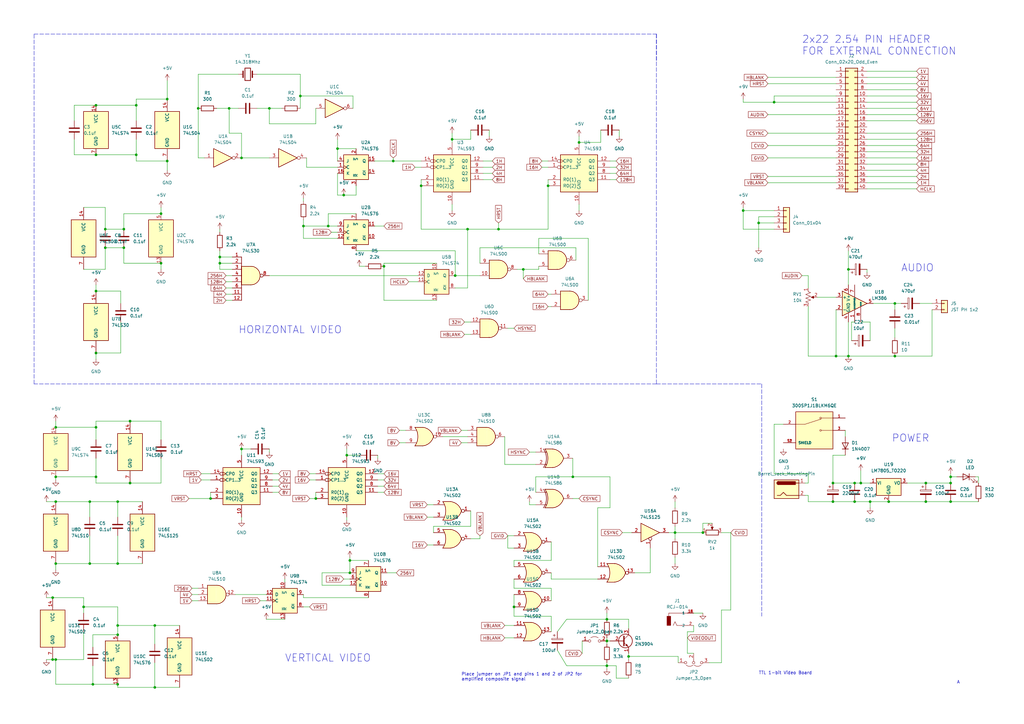
<source format=kicad_sch>
(kicad_sch (version 20211123) (generator eeschema)
  (paper "A3")
  (lib_symbols
    (symbol "300SP1J1BLKM6QE:300SP1J1BLKM6QE" (pin_names (offset 1.016))
      (property "Reference" "S" (at -7.62 6.35 0))
      (property "Value" "300SP1J1BLKM6QE" (at -7.62 -11.43 0))
      (symbol "300SP1J1BLKM6QE_0_0"
        (pin passive line (at 12.7 2.54 180) (length 5.08) (name "~") (number "1"))
        (pin passive line (at -12.7 0 0) (length 5.08) (name "~") (number "2"))
        (pin passive line (at 12.7 -2.54 180) (length 5.08) (name "~") (number "3"))
        (pin passive line (at -12.7 -7.62 0) (length 5.08) (name "SHIELD") (number "S1"))
        (pin passive line (at -12.7 -7.62 0) (length 5.08) (name "SHIELD") (number "S2"))
      )
    )
    (symbol "74xx:74LS00" (pin_names (offset 1.016))
      (property "Reference" "U" (at 0 1.27 0))
      (property "Value" "74LS00" (at 0 -1.27 0))
      (symbol "74LS00_1_1"
        (pin input line (at -7.62 2.54 0) (length 3.81) (name "~") (number "1"))
        (pin input line (at -7.62 -2.54 0) (length 3.81) (name "~") (number "2"))
        (pin output inverted (at 7.62 0 180) (length 3.81) (name "~") (number "3"))
      )
      (symbol "74LS00_1_2"
        (pin input inverted (at -7.62 2.54 0) (length 4.318) (name "~") (number "1"))
        (pin input inverted (at -7.62 -2.54 0) (length 4.318) (name "~") (number "2"))
        (pin output line (at 7.62 0 180) (length 3.81) (name "~") (number "3"))
      )
      (symbol "74LS00_2_1"
        (pin input line (at -7.62 2.54 0) (length 3.81) (name "~") (number "4"))
        (pin input line (at -7.62 -2.54 0) (length 3.81) (name "~") (number "5"))
        (pin output inverted (at 7.62 0 180) (length 3.81) (name "~") (number "6"))
      )
      (symbol "74LS00_2_2"
        (pin input inverted (at -7.62 2.54 0) (length 4.318) (name "~") (number "4"))
        (pin input inverted (at -7.62 -2.54 0) (length 4.318) (name "~") (number "5"))
        (pin output line (at 7.62 0 180) (length 3.81) (name "~") (number "6"))
      )
      (symbol "74LS00_3_1"
        (pin input line (at -7.62 -2.54 0) (length 3.81) (name "~") (number "10"))
        (pin output inverted (at 7.62 0 180) (length 3.81) (name "~") (number "8"))
        (pin input line (at -7.62 2.54 0) (length 3.81) (name "~") (number "9"))
      )
      (symbol "74LS00_3_2"
        (pin input inverted (at -7.62 -2.54 0) (length 4.318) (name "~") (number "10"))
        (pin output line (at 7.62 0 180) (length 3.81) (name "~") (number "8"))
        (pin input inverted (at -7.62 2.54 0) (length 4.318) (name "~") (number "9"))
      )
      (symbol "74LS00_4_1"
        (pin output inverted (at 7.62 0 180) (length 3.81) (name "~") (number "11"))
        (pin input line (at -7.62 2.54 0) (length 3.81) (name "~") (number "12"))
        (pin input line (at -7.62 -2.54 0) (length 3.81) (name "~") (number "13"))
      )
      (symbol "74LS00_4_2"
        (pin output line (at 7.62 0 180) (length 3.81) (name "~") (number "11"))
        (pin input inverted (at -7.62 2.54 0) (length 4.318) (name "~") (number "12"))
        (pin input inverted (at -7.62 -2.54 0) (length 4.318) (name "~") (number "13"))
      )
      (symbol "74LS00_5_0"
        (pin power_in line (at 0 12.7 270) (length 5.08) (name "VCC") (number "14"))
        (pin power_in line (at 0 -12.7 90) (length 5.08) (name "GND") (number "7"))
      )
    )
    (symbol "74xx:74LS02" (pin_names (offset 1.016))
      (property "Reference" "U" (at 0 1.27 0))
      (property "Value" "74LS02" (at 0 -1.27 0))
      (symbol "74LS02_1_1"
        (pin output inverted (at 7.62 0 180) (length 3.81) (name "~") (number "1"))
        (pin input line (at -7.62 2.54 0) (length 4.318) (name "~") (number "2"))
        (pin input line (at -7.62 -2.54 0) (length 4.318) (name "~") (number "3"))
      )
      (symbol "74LS02_1_2"
        (pin output line (at 7.62 0 180) (length 3.81) (name "~") (number "1"))
        (pin input inverted (at -7.62 2.54 0) (length 3.81) (name "~") (number "2"))
        (pin input inverted (at -7.62 -2.54 0) (length 3.81) (name "~") (number "3"))
      )
      (symbol "74LS02_2_1"
        (pin output inverted (at 7.62 0 180) (length 3.81) (name "~") (number "4"))
        (pin input line (at -7.62 2.54 0) (length 4.318) (name "~") (number "5"))
        (pin input line (at -7.62 -2.54 0) (length 4.318) (name "~") (number "6"))
      )
      (symbol "74LS02_2_2"
        (pin output line (at 7.62 0 180) (length 3.81) (name "~") (number "4"))
        (pin input inverted (at -7.62 2.54 0) (length 3.81) (name "~") (number "5"))
        (pin input inverted (at -7.62 -2.54 0) (length 3.81) (name "~") (number "6"))
      )
      (symbol "74LS02_3_1"
        (pin output inverted (at 7.62 0 180) (length 3.81) (name "~") (number "10"))
        (pin input line (at -7.62 2.54 0) (length 4.318) (name "~") (number "8"))
        (pin input line (at -7.62 -2.54 0) (length 4.318) (name "~") (number "9"))
      )
      (symbol "74LS02_3_2"
        (pin output line (at 7.62 0 180) (length 3.81) (name "~") (number "10"))
        (pin input inverted (at -7.62 2.54 0) (length 3.81) (name "~") (number "8"))
        (pin input inverted (at -7.62 -2.54 0) (length 3.81) (name "~") (number "9"))
      )
      (symbol "74LS02_4_1"
        (pin input line (at -7.62 2.54 0) (length 4.318) (name "~") (number "11"))
        (pin input line (at -7.62 -2.54 0) (length 4.318) (name "~") (number "12"))
        (pin output inverted (at 7.62 0 180) (length 3.81) (name "~") (number "13"))
      )
      (symbol "74LS02_4_2"
        (pin input inverted (at -7.62 2.54 0) (length 3.81) (name "~") (number "11"))
        (pin input inverted (at -7.62 -2.54 0) (length 3.81) (name "~") (number "12"))
        (pin output line (at 7.62 0 180) (length 3.81) (name "~") (number "13"))
      )
      (symbol "74LS02_5_0"
        (pin power_in line (at 0 12.7 270) (length 5.08) (name "VCC") (number "14"))
        (pin power_in line (at 0 -12.7 90) (length 5.08) (name "GND") (number "7"))
      )
    )
    (symbol "74xx:74LS04"
      (property "Reference" "U" (at 0 1.27 0))
      (property "Value" "74LS04" (at 0 -1.27 0))
      (symbol "74LS04_1_0"
        (pin input line (at -7.62 0 0) (length 3.81) (name "~") (number "1"))
        (pin output inverted (at 7.62 0 180) (length 3.81) (name "~") (number "2"))
      )
      (symbol "74LS04_2_0"
        (pin input line (at -7.62 0 0) (length 3.81) (name "~") (number "3"))
        (pin output inverted (at 7.62 0 180) (length 3.81) (name "~") (number "4"))
      )
      (symbol "74LS04_3_0"
        (pin input line (at -7.62 0 0) (length 3.81) (name "~") (number "5"))
        (pin output inverted (at 7.62 0 180) (length 3.81) (name "~") (number "6"))
      )
      (symbol "74LS04_4_0"
        (pin output inverted (at 7.62 0 180) (length 3.81) (name "~") (number "8"))
        (pin input line (at -7.62 0 0) (length 3.81) (name "~") (number "9"))
      )
      (symbol "74LS04_5_0"
        (pin output inverted (at 7.62 0 180) (length 3.81) (name "~") (number "10"))
        (pin input line (at -7.62 0 0) (length 3.81) (name "~") (number "11"))
      )
      (symbol "74LS04_6_0"
        (pin output inverted (at 7.62 0 180) (length 3.81) (name "~") (number "12"))
        (pin input line (at -7.62 0 0) (length 3.81) (name "~") (number "13"))
      )
      (symbol "74LS04_7_0"
        (pin power_in line (at 0 12.7 270) (length 5.08) (name "VCC") (number "14"))
        (pin power_in line (at 0 -12.7 90) (length 5.08) (name "GND") (number "7"))
      )
    )
    (symbol "74xx:74LS10" (pin_names (offset 1.016))
      (property "Reference" "U" (at 0 1.27 0))
      (property "Value" "74LS10" (at 0 -1.27 0))
      (symbol "74LS10_1_1"
        (pin input line (at -7.62 2.54 0) (length 3.81) (name "~") (number "1"))
        (pin output inverted (at 7.62 0 180) (length 3.81) (name "~") (number "12"))
        (pin input line (at -7.62 -2.54 0) (length 3.81) (name "~") (number "13"))
        (pin input line (at -7.62 0 0) (length 3.81) (name "~") (number "2"))
      )
      (symbol "74LS10_1_2"
        (pin input inverted (at -7.62 2.54 0) (length 4.318) (name "~") (number "1"))
        (pin output line (at 7.62 0 180) (length 3.81) (name "~") (number "12"))
        (pin input inverted (at -7.62 -2.54 0) (length 4.318) (name "~") (number "13"))
        (pin input inverted (at -7.62 0 0) (length 4.953) (name "~") (number "2"))
      )
      (symbol "74LS10_2_1"
        (pin input line (at -7.62 2.54 0) (length 3.81) (name "~") (number "3"))
        (pin input line (at -7.62 0 0) (length 3.81) (name "~") (number "4"))
        (pin input line (at -7.62 -2.54 0) (length 3.81) (name "~") (number "5"))
        (pin output inverted (at 7.62 0 180) (length 3.81) (name "~") (number "6"))
      )
      (symbol "74LS10_2_2"
        (pin input inverted (at -7.62 2.54 0) (length 4.318) (name "~") (number "3"))
        (pin input inverted (at -7.62 0 0) (length 4.953) (name "~") (number "4"))
        (pin input inverted (at -7.62 -2.54 0) (length 4.318) (name "~") (number "5"))
        (pin output line (at 7.62 0 180) (length 3.81) (name "~") (number "6"))
      )
      (symbol "74LS10_3_1"
        (pin input line (at -7.62 0 0) (length 3.81) (name "~") (number "10"))
        (pin input line (at -7.62 -2.54 0) (length 3.81) (name "~") (number "11"))
        (pin output inverted (at 7.62 0 180) (length 3.81) (name "~") (number "8"))
        (pin input line (at -7.62 2.54 0) (length 3.81) (name "~") (number "9"))
      )
      (symbol "74LS10_3_2"
        (pin input inverted (at -7.62 0 0) (length 4.953) (name "~") (number "10"))
        (pin input inverted (at -7.62 -2.54 0) (length 4.318) (name "~") (number "11"))
        (pin output line (at 7.62 0 180) (length 3.81) (name "~") (number "8"))
        (pin input inverted (at -7.62 2.54 0) (length 4.318) (name "~") (number "9"))
      )
      (symbol "74LS10_4_0"
        (pin power_in line (at 0 12.7 270) (length 5.08) (name "VCC") (number "14"))
        (pin power_in line (at 0 -12.7 90) (length 5.08) (name "GND") (number "7"))
      )
    )
    (symbol "74xx:74LS125" (pin_names (offset 1.016))
      (property "Reference" "U" (at 0 1.27 0))
      (property "Value" "74LS125" (at 0 -1.27 0))
      (symbol "74LS125_1_0"
        (pin input inverted (at 0 -6.35 90) (length 4.445) (name "~") (number "1"))
        (pin input line (at -7.62 0 0) (length 3.81) (name "~") (number "2"))
        (pin tri_state line (at 7.62 0 180) (length 3.81) (name "~") (number "3"))
      )
      (symbol "74LS125_2_0"
        (pin input inverted (at 0 -6.35 90) (length 4.445) (name "~") (number "4"))
        (pin input line (at -7.62 0 0) (length 3.81) (name "~") (number "5"))
        (pin tri_state line (at 7.62 0 180) (length 3.81) (name "~") (number "6"))
      )
      (symbol "74LS125_3_0"
        (pin input inverted (at 0 -6.35 90) (length 4.445) (name "~") (number "10"))
        (pin tri_state line (at 7.62 0 180) (length 3.81) (name "~") (number "8"))
        (pin input line (at -7.62 0 0) (length 3.81) (name "~") (number "9"))
      )
      (symbol "74LS125_4_0"
        (pin tri_state line (at 7.62 0 180) (length 3.81) (name "~") (number "11"))
        (pin input line (at -7.62 0 0) (length 3.81) (name "~") (number "12"))
        (pin input inverted (at 0 -6.35 90) (length 4.445) (name "~") (number "13"))
      )
      (symbol "74LS125_5_0"
        (pin power_in line (at 0 12.7 270) (length 5.08) (name "VCC") (number "14"))
        (pin power_in line (at 0 -12.7 90) (length 5.08) (name "GND") (number "7"))
      )
    )
    (symbol "74xx:74LS30" (pin_names (offset 1.016))
      (property "Reference" "U" (at 0 1.27 0))
      (property "Value" "74LS30" (at 0 -1.27 0))
      (symbol "74LS30_1_1"
        (pin input line (at -7.62 7.62 0) (length 3.81) (name "~") (number "1"))
        (pin input line (at -7.62 -7.62 0) (length 3.81) (name "~") (number "11"))
        (pin input line (at -7.62 -10.16 0) (length 3.81) (name "~") (number "12"))
        (pin input line (at -7.62 5.08 0) (length 3.81) (name "~") (number "2"))
        (pin input line (at -7.62 2.54 0) (length 3.81) (name "~") (number "3"))
        (pin input line (at -7.62 0 0) (length 3.81) (name "~") (number "4"))
        (pin input line (at -7.62 -2.54 0) (length 3.81) (name "~") (number "5"))
        (pin input line (at -7.62 -5.08 0) (length 3.81) (name "~") (number "6"))
        (pin output inverted (at 7.62 0 180) (length 3.81) (name "~") (number "8"))
      )
      (symbol "74LS30_1_2"
        (pin input inverted (at -7.62 7.62 0) (length 3.81) (name "~") (number "1"))
        (pin input inverted (at -7.62 -7.62 0) (length 3.81) (name "~") (number "11"))
        (pin input inverted (at -7.62 -10.16 0) (length 3.81) (name "~") (number "12"))
        (pin input inverted (at -7.62 5.08 0) (length 3.81) (name "~") (number "2"))
        (pin input inverted (at -7.62 2.54 0) (length 4.5466) (name "~") (number "3"))
        (pin input inverted (at -7.62 0 0) (length 5.08) (name "~") (number "4"))
        (pin input inverted (at -7.62 -2.54 0) (length 4.5466) (name "~") (number "5"))
        (pin input inverted (at -7.62 -5.08 0) (length 3.81) (name "~") (number "6"))
        (pin output line (at 7.62 0 180) (length 3.81) (name "~") (number "8"))
      )
      (symbol "74LS30_2_0"
        (pin power_in line (at 0 12.7 270) (length 5.08) (name "VCC") (number "14"))
        (pin power_in line (at 0 -12.7 90) (length 5.08) (name "GND") (number "7"))
      )
    )
    (symbol "74xx:74LS74" (pin_names (offset 1.016))
      (property "Reference" "U" (at -7.62 8.89 0))
      (property "Value" "74LS74" (at -7.62 -8.89 0))
      (symbol "74LS74_1_0"
        (pin input line (at 0 -7.62 90) (length 2.54) (name "~{R}") (number "1"))
        (pin input line (at -7.62 2.54 0) (length 2.54) (name "D") (number "2"))
        (pin input clock (at -7.62 0 0) (length 2.54) (name "C") (number "3"))
        (pin input line (at 0 7.62 270) (length 2.54) (name "~{S}") (number "4"))
        (pin output line (at 7.62 2.54 180) (length 2.54) (name "Q") (number "5"))
        (pin output line (at 7.62 -2.54 180) (length 2.54) (name "~{Q}") (number "6"))
      )
      (symbol "74LS74_2_0"
        (pin input line (at 0 7.62 270) (length 2.54) (name "~{S}") (number "10"))
        (pin input clock (at -7.62 0 0) (length 2.54) (name "C") (number "11"))
        (pin input line (at -7.62 2.54 0) (length 2.54) (name "D") (number "12"))
        (pin input line (at 0 -7.62 90) (length 2.54) (name "~{R}") (number "13"))
        (pin output line (at 7.62 -2.54 180) (length 2.54) (name "~{Q}") (number "8"))
        (pin output line (at 7.62 2.54 180) (length 2.54) (name "Q") (number "9"))
      )
      (symbol "74LS74_3_0"
        (pin power_in line (at 0 10.16 270) (length 2.54) (name "VCC") (number "14"))
        (pin power_in line (at 0 -10.16 90) (length 2.54) (name "GND") (number "7"))
      )
    )
    (symbol "74xx:74LS76" (pin_names (offset 1.016))
      (property "Reference" "U" (at -7.62 8.89 0))
      (property "Value" "74LS76" (at -7.62 -8.89 0))
      (symbol "74LS76_1_0"
        (pin input clock (at -7.62 0 0) (length 2.54) (name "C") (number "1"))
        (pin output line (at 7.62 -2.54 180) (length 2.54) (name "~{Q}") (number "14"))
        (pin output line (at 7.62 2.54 180) (length 2.54) (name "Q") (number "15"))
        (pin input line (at -7.62 -2.54 0) (length 2.54) (name "K") (number "16"))
        (pin input line (at 0 7.62 270) (length 2.54) (name "~{S}") (number "2"))
        (pin input line (at 0 -7.62 90) (length 2.54) (name "~{R}") (number "3"))
        (pin input line (at -7.62 2.54 0) (length 2.54) (name "J") (number "4"))
      )
      (symbol "74LS76_2_0"
        (pin output line (at 7.62 -2.54 180) (length 2.54) (name "~{Q}") (number "10"))
        (pin output line (at 7.62 2.54 180) (length 2.54) (name "Q") (number "11"))
        (pin input line (at -7.62 -2.54 0) (length 2.54) (name "K") (number "12"))
        (pin input clock (at -7.62 0 0) (length 2.54) (name "C") (number "6"))
        (pin input line (at 0 7.62 270) (length 2.54) (name "~{S}") (number "7"))
        (pin input line (at 0 -7.62 90) (length 2.54) (name "~{R}") (number "8"))
        (pin input line (at -7.62 2.54 0) (length 2.54) (name "J") (number "9"))
      )
      (symbol "74LS76_3_0"
        (pin power_in line (at 0 -10.16 90) (length 2.54) (name "GND") (number "13"))
        (pin power_in line (at 0 10.16 270) (length 2.54) (name "VCC") (number "5"))
      )
    )
    (symbol "74xx:74LS86" (pin_names (offset 1.016))
      (property "Reference" "U" (at 0 1.27 0))
      (property "Value" "74LS86" (at 0 -1.27 0))
      (symbol "74LS86_1_0"
        (pin input line (at -7.62 2.54 0) (length 4.445) (name "~") (number "1"))
        (pin input line (at -7.62 -2.54 0) (length 4.445) (name "~") (number "2"))
        (pin output line (at 7.62 0 180) (length 3.81) (name "~") (number "3"))
      )
      (symbol "74LS86_2_0"
        (pin input line (at -7.62 2.54 0) (length 4.445) (name "~") (number "4"))
        (pin input line (at -7.62 -2.54 0) (length 4.445) (name "~") (number "5"))
        (pin output line (at 7.62 0 180) (length 3.81) (name "~") (number "6"))
      )
      (symbol "74LS86_3_0"
        (pin input line (at -7.62 -2.54 0) (length 4.445) (name "~") (number "10"))
        (pin output line (at 7.62 0 180) (length 3.81) (name "~") (number "8"))
        (pin input line (at -7.62 2.54 0) (length 4.445) (name "~") (number "9"))
      )
      (symbol "74LS86_4_0"
        (pin output line (at 7.62 0 180) (length 3.81) (name "~") (number "11"))
        (pin input line (at -7.62 2.54 0) (length 4.445) (name "~") (number "12"))
        (pin input line (at -7.62 -2.54 0) (length 4.445) (name "~") (number "13"))
      )
      (symbol "74LS86_5_0"
        (pin power_in line (at 0 12.7 270) (length 5.08) (name "VCC") (number "14"))
        (pin power_in line (at 0 -12.7 90) (length 5.08) (name "GND") (number "7"))
      )
    )
    (symbol "74xx:74LS93" (pin_names (offset 1.016))
      (property "Reference" "U" (at -7.62 8.89 0))
      (property "Value" "74LS93" (at -7.62 -8.89 0))
      (symbol "74LS93_1_0"
        (pin input inverted_clock (at -12.7 2.54 0) (length 5.08) (name "CP1..3") (number "1"))
        (pin power_in line (at 0 -12.7 90) (length 5.08) (name "GND") (number "10"))
        (pin output line (at 12.7 -2.54 180) (length 5.08) (name "Q3") (number "11"))
        (pin output line (at 12.7 5.08 180) (length 5.08) (name "Q0") (number "12"))
        (pin input inverted_clock (at -12.7 5.08 0) (length 5.08) (name "CP0") (number "14"))
        (pin input line (at -12.7 -2.54 0) (length 5.08) (name "R0(1)") (number "2"))
        (pin input line (at -12.7 -5.08 0) (length 5.08) (name "R0(2)") (number "3"))
        (pin power_in line (at 0 12.7 270) (length 5.08) (name "VCC") (number "5"))
        (pin output line (at 12.7 0 180) (length 5.08) (name "Q2") (number "8"))
        (pin output line (at 12.7 2.54 180) (length 5.08) (name "Q1") (number "9"))
      )
    )
    (symbol "Amplifier_Audio:LM386" (pin_names (offset 0.127))
      (property "Reference" "U" (at 1.27 7.62 0))
      (property "Value" "LM386" (at 1.27 5.08 0))
      (symbol "LM386_1_1"
        (pin input line (at 0 -7.62 90) (length 5.08) (name "GAIN") (number "1"))
        (pin input line (at -7.62 -2.54 0) (length 2.54) (name "-") (number "2"))
        (pin input line (at -7.62 2.54 0) (length 2.54) (name "+") (number "3"))
        (pin power_in line (at -2.54 -7.62 90) (length 3.81) (name "GND") (number "4"))
        (pin output line (at 7.62 0 180) (length 2.54) (name "~") (number "5"))
        (pin power_in line (at -2.54 7.62 270) (length 3.81) (name "V+") (number "6"))
        (pin input line (at 0 7.62 270) (length 5.08) (name "BYPASS") (number "7"))
        (pin input line (at 2.54 -7.62 90) (length 6.35) (name "GAIN") (number "8"))
      )
    )
    (symbol "Connector:Barrel_Jack" (pin_names (offset 1.016))
      (property "Reference" "J" (at 0 5.334 0))
      (property "Value" "Barrel_Jack" (at 0 -5.08 0))
      (symbol "Barrel_Jack_1_1"
        (pin passive line (at 7.62 2.54 180) (length 2.54) (name "~") (number "1"))
        (pin passive line (at 7.62 -2.54 180) (length 2.54) (name "~") (number "2"))
      )
    )
    (symbol "Connector_Generic:Conn_01x02" (pin_names (offset 1.016) hide)
      (property "Reference" "J" (at 0 2.54 0))
      (property "Value" "Conn_01x02" (at 0 -5.08 0))
      (symbol "Conn_01x02_1_1"
        (pin passive line (at -5.08 0 0) (length 3.81) (name "Pin_1") (number "1"))
        (pin passive line (at -5.08 -2.54 0) (length 3.81) (name "Pin_2") (number "2"))
      )
    )
    (symbol "Connector_Generic:Conn_01x04" (pin_names (offset 1.016) hide)
      (property "Reference" "J" (at 0 5.08 0))
      (property "Value" "Conn_01x04" (at 0 -7.62 0))
      (symbol "Conn_01x04_1_1"
        (pin passive line (at -5.08 2.54 0) (length 3.81) (name "Pin_1") (number "1"))
        (pin passive line (at -5.08 0 0) (length 3.81) (name "Pin_2") (number "2"))
        (pin passive line (at -5.08 -2.54 0) (length 3.81) (name "Pin_3") (number "3"))
        (pin passive line (at -5.08 -5.08 0) (length 3.81) (name "Pin_4") (number "4"))
      )
    )
    (symbol "Connector_Generic:Conn_02x20_Odd_Even" (pin_names (offset 1.016) hide)
      (property "Reference" "J" (at 1.27 25.4 0))
      (property "Value" "Conn_02x20_Odd_Even" (at 1.27 -27.94 0))
      (symbol "Conn_02x20_Odd_Even_1_1"
        (pin passive line (at -5.08 22.86 0) (length 3.81) (name "Pin_1") (number "1"))
        (pin passive line (at 7.62 12.7 180) (length 3.81) (name "Pin_10") (number "10"))
        (pin passive line (at -5.08 10.16 0) (length 3.81) (name "Pin_11") (number "11"))
        (pin passive line (at 7.62 10.16 180) (length 3.81) (name "Pin_12") (number "12"))
        (pin passive line (at -5.08 7.62 0) (length 3.81) (name "Pin_13") (number "13"))
        (pin passive line (at 7.62 7.62 180) (length 3.81) (name "Pin_14") (number "14"))
        (pin passive line (at -5.08 5.08 0) (length 3.81) (name "Pin_15") (number "15"))
        (pin passive line (at 7.62 5.08 180) (length 3.81) (name "Pin_16") (number "16"))
        (pin passive line (at -5.08 2.54 0) (length 3.81) (name "Pin_17") (number "17"))
        (pin passive line (at 7.62 2.54 180) (length 3.81) (name "Pin_18") (number "18"))
        (pin passive line (at -5.08 0 0) (length 3.81) (name "Pin_19") (number "19"))
        (pin passive line (at 7.62 22.86 180) (length 3.81) (name "Pin_2") (number "2"))
        (pin passive line (at 7.62 0 180) (length 3.81) (name "Pin_20") (number "20"))
        (pin passive line (at -5.08 -2.54 0) (length 3.81) (name "Pin_21") (number "21"))
        (pin passive line (at 7.62 -2.54 180) (length 3.81) (name "Pin_22") (number "22"))
        (pin passive line (at -5.08 -5.08 0) (length 3.81) (name "Pin_23") (number "23"))
        (pin passive line (at 7.62 -5.08 180) (length 3.81) (name "Pin_24") (number "24"))
        (pin passive line (at -5.08 -7.62 0) (length 3.81) (name "Pin_25") (number "25"))
        (pin passive line (at 7.62 -7.62 180) (length 3.81) (name "Pin_26") (number "26"))
        (pin passive line (at -5.08 -10.16 0) (length 3.81) (name "Pin_27") (number "27"))
        (pin passive line (at 7.62 -10.16 180) (length 3.81) (name "Pin_28") (number "28"))
        (pin passive line (at -5.08 -12.7 0) (length 3.81) (name "Pin_29") (number "29"))
        (pin passive line (at -5.08 20.32 0) (length 3.81) (name "Pin_3") (number "3"))
        (pin passive line (at 7.62 -12.7 180) (length 3.81) (name "Pin_30") (number "30"))
        (pin passive line (at -5.08 -15.24 0) (length 3.81) (name "Pin_31") (number "31"))
        (pin passive line (at 7.62 -15.24 180) (length 3.81) (name "Pin_32") (number "32"))
        (pin passive line (at -5.08 -17.78 0) (length 3.81) (name "Pin_33") (number "33"))
        (pin passive line (at 7.62 -17.78 180) (length 3.81) (name "Pin_34") (number "34"))
        (pin passive line (at -5.08 -20.32 0) (length 3.81) (name "Pin_35") (number "35"))
        (pin passive line (at 7.62 -20.32 180) (length 3.81) (name "Pin_36") (number "36"))
        (pin passive line (at -5.08 -22.86 0) (length 3.81) (name "Pin_37") (number "37"))
        (pin passive line (at 7.62 -22.86 180) (length 3.81) (name "Pin_38") (number "38"))
        (pin passive line (at -5.08 -25.4 0) (length 3.81) (name "Pin_39") (number "39"))
        (pin passive line (at 7.62 20.32 180) (length 3.81) (name "Pin_4") (number "4"))
        (pin passive line (at 7.62 -25.4 180) (length 3.81) (name "Pin_40") (number "40"))
        (pin passive line (at -5.08 17.78 0) (length 3.81) (name "Pin_5") (number "5"))
        (pin passive line (at 7.62 17.78 180) (length 3.81) (name "Pin_6") (number "6"))
        (pin passive line (at -5.08 15.24 0) (length 3.81) (name "Pin_7") (number "7"))
        (pin passive line (at 7.62 15.24 180) (length 3.81) (name "Pin_8") (number "8"))
        (pin passive line (at -5.08 12.7 0) (length 3.81) (name "Pin_9") (number "9"))
      )
    )
    (symbol "Device:C" (pin_numbers hide) (pin_names (offset 0.254))
      (property "Reference" "C" (at 0.635 2.54 0))
      (property "Value" "C" (at 0.635 -2.54 0))
      (symbol "C_1_1"
        (pin passive line (at 0 3.81 270) (length 2.794) (name "~") (number "1"))
        (pin passive line (at 0 -3.81 90) (length 2.794) (name "~") (number "2"))
      )
    )
    (symbol "Device:C_Polarized" (pin_numbers hide) (pin_names (offset 0.254))
      (property "Reference" "C" (at 0.635 2.54 0))
      (property "Value" "C_Polarized" (at 0.635 -2.54 0))
      (symbol "C_Polarized_1_1"
        (pin passive line (at 0 3.81 270) (length 2.794) (name "~") (number "1"))
        (pin passive line (at 0 -3.81 90) (length 2.794) (name "~") (number "2"))
      )
    )
    (symbol "Device:Crystal" (pin_numbers hide) (pin_names (offset 1.016) hide)
      (property "Reference" "Y" (at 0 3.81 0))
      (property "Value" "Crystal" (at 0 -3.81 0))
      (symbol "Crystal_1_1"
        (pin passive line (at -3.81 0 0) (length 1.27) (name "1") (number "1"))
        (pin passive line (at 3.81 0 180) (length 1.27) (name "2") (number "2"))
      )
    )
    (symbol "Device:LED" (pin_numbers hide) (pin_names (offset 1.016) hide)
      (property "Reference" "D" (at 0 2.54 0))
      (property "Value" "LED" (at 0 -2.54 0))
      (symbol "LED_1_1"
        (pin passive line (at -3.81 0 0) (length 2.54) (name "K") (number "1"))
        (pin passive line (at 3.81 0 180) (length 2.54) (name "A") (number "2"))
      )
    )
    (symbol "Device:R" (pin_numbers hide) (pin_names (offset 0))
      (property "Reference" "R" (at 2.032 0 90))
      (property "Value" "R" (at 0 0 90))
      (symbol "R_1_1"
        (pin passive line (at 0 3.81 270) (length 1.27) (name "~") (number "1"))
        (pin passive line (at 0 -3.81 90) (length 1.27) (name "~") (number "2"))
      )
    )
    (symbol "Device:R_Potentiometer" (pin_names (offset 1.016) hide)
      (property "Reference" "RV" (at -4.445 0 90))
      (property "Value" "R_Potentiometer" (at -2.54 0 90))
      (symbol "R_Potentiometer_1_1"
        (pin passive line (at 0 3.81 270) (length 1.27) (name "1") (number "1"))
        (pin passive line (at 3.81 0 180) (length 1.27) (name "2") (number "2"))
        (pin passive line (at 0 -3.81 90) (length 1.27) (name "3") (number "3"))
      )
    )
    (symbol "Device:R_Potentiometer_US" (pin_names (offset 1.016) hide)
      (property "Reference" "RV" (at -4.445 0 90))
      (property "Value" "R_Potentiometer_US" (at -2.54 0 90))
      (symbol "R_Potentiometer_US_1_1"
        (pin passive line (at 0 3.81 270) (length 1.27) (name "1") (number "1"))
        (pin passive line (at 3.81 0 180) (length 1.27) (name "2") (number "2"))
        (pin passive line (at 0 -3.81 90) (length 1.27) (name "3") (number "3"))
      )
    )
    (symbol "Diode:1N4007" (pin_numbers hide) (pin_names (offset 1.016) hide)
      (property "Reference" "D" (at 0 2.54 0))
      (property "Value" "1N4007" (at 0 -2.54 0))
      (symbol "1N4007_1_1"
        (pin passive line (at -3.81 0 0) (length 2.54) (name "K") (number "1"))
        (pin passive line (at 3.81 0 180) (length 2.54) (name "A") (number "2"))
      )
    )
    (symbol "Jumper:Jumper_2_Open" (pin_names (offset 0) hide)
      (property "Reference" "JP" (at 0 2.794 0))
      (property "Value" "Jumper_2_Open" (at 0 -2.286 0))
      (symbol "Jumper_2_Open_1_1"
        (pin passive line (at -5.08 0 0) (length 2.54) (name "A") (number "1"))
        (pin passive line (at 5.08 0 180) (length 2.54) (name "B") (number "2"))
      )
    )
    (symbol "Jumper:Jumper_3_Open" (pin_names (offset 0) hide)
      (property "Reference" "JP" (at -2.54 -2.54 0))
      (property "Value" "Jumper_3_Open" (at 0 2.794 0))
      (symbol "Jumper_3_Open_1_1"
        (pin passive line (at -6.35 0 0) (length 2.54) (name "A") (number "1"))
        (pin passive line (at 0 -3.81 90) (length 2.54) (name "C") (number "2"))
        (pin passive line (at 6.35 0 180) (length 2.54) (name "B") (number "3"))
      )
    )
    (symbol "RCJ-014:RCJ-014" (pin_names (offset 1.016))
      (property "Reference" "J" (at -2.54 3.81 0))
      (property "Value" "RCJ-014" (at -2.54 -6.35 0))
      (symbol "RCJ-014_0_0"
        (pin passive line (at 7.62 2.54 180) (length 2.54) (name "1") (number "1A"))
        (pin passive line (at 7.62 2.54 180) (length 2.54) (name "1") (number "1B"))
        (pin passive line (at 7.62 2.54 180) (length 2.54) (name "1") (number "1C"))
        (pin passive line (at 7.62 -2.54 180) (length 2.54) (name "2") (number "2"))
      )
    )
    (symbol "Regulator_Linear:LM7805_TO220" (pin_names (offset 0.254))
      (property "Reference" "U" (at -3.81 3.175 0))
      (property "Value" "LM7805_TO220" (at 0 3.175 0))
      (symbol "LM7805_TO220_1_1"
        (pin power_in line (at -7.62 0 0) (length 2.54) (name "VI") (number "1"))
        (pin power_in line (at 0 -7.62 90) (length 2.54) (name "GND") (number "2"))
        (pin power_out line (at 7.62 0 180) (length 2.54) (name "VO") (number "3"))
      )
    )
    (symbol "Transistor_BJT:2N3904" (pin_names (offset 0) hide)
      (property "Reference" "Q" (at 5.08 1.905 0))
      (property "Value" "2N3904" (at 5.08 0 0))
      (symbol "2N3904_1_1"
        (pin passive line (at 2.54 -5.08 90) (length 2.54) (name "E") (number "1"))
        (pin passive line (at -5.08 0 0) (length 5.715) (name "B") (number "2"))
        (pin passive line (at 2.54 5.08 270) (length 2.54) (name "C") (number "3"))
      )
    )
    (symbol "power:+5V" (power) (pin_names (offset 0))
      (property "Value" "+5V" (at 0 3.556 0))
      (symbol "+5V_1_1"
        (pin power_in line (at 0 0 90) (length 0) hide (name "+5V") (number "1"))
      )
    )
    (symbol "power:+9V" (power) (pin_names (offset 0))
      (property "Value" "+9V" (at 0 3.556 0))
      (symbol "+9V_1_1"
        (pin power_in line (at 0 0 90) (length 0) hide (name "+9V") (number "1"))
      )
    )
    (symbol "power:GND" (power) (pin_names (offset 0))
      (property "Value" "GND" (at 0 -3.81 0))
      (symbol "GND_1_1"
        (pin power_in line (at 0 0 270) (length 0) hide (name "GND") (number "1"))
      )
    )
  )
  (junction (at 43.18 93.98))
  (junction (at 36.83 205.74))
  (junction (at 347.98 146.05))
  (junction (at 186.69 113.03))
  (junction (at 143.51 234.95))
  (junction (at 50.8 101.6))
  (junction (at 224.79 76.2))
  (junction (at 356.87 205.74))
  (junction (at 123.19 39.37))
  (junction (at 90.17 107.95))
  (junction (at 21.59 270.51))
  (junction (at 53.34 198.12))
  (junction (at 210.82 248.92))
  (junction (at 21.59 245.11))
  (junction (at 353.06 198.12))
  (junction (at 367.03 124.46))
  (junction (at 379.73 198.12))
  (junction (at 248.92 254))
  (junction (at 38.1 280.67))
  (junction (at 248.92 273.05))
  (junction (at 48.26 260.35))
  (junction (at 172.72 76.2))
  (junction (at 22.86 270.51))
  (junction (at 138.43 60.96))
  (junction (at 39.37 175.26))
  (junction (at 350.52 205.74))
  (junction (at 63.5 256.54))
  (junction (at 66.04 87.63))
  (junction (at 161.29 66.04))
  (junction (at 48.26 205.74))
  (junction (at 311.15 91.44))
  (junction (at 124.46 92.71))
  (junction (at 22.86 195.58))
  (junction (at 389.89 195.58))
  (junction (at 342.9 146.05))
  (junction (at 36.83 231.14))
  (junction (at 142.24 186.69))
  (junction (at 68.58 66.04))
  (junction (at 22.86 175.26))
  (junction (at 39.37 195.58))
  (junction (at 55.88 43.18))
  (junction (at 39.37 43.18))
  (junction (at 257.81 269.24))
  (junction (at 66.04 107.95))
  (junction (at 143.51 229.87))
  (junction (at 48.26 280.67))
  (junction (at 389.89 198.12))
  (junction (at 237.49 58.42))
  (junction (at 99.06 184.15))
  (junction (at 234.95 195.58))
  (junction (at 347.98 110.49))
  (junction (at 39.37 119.38))
  (junction (at 50.8 93.98))
  (junction (at 204.47 93.98))
  (junction (at 379.73 205.74))
  (junction (at 185.42 57.15))
  (junction (at 364.49 205.74))
  (junction (at 90.17 105.41))
  (junction (at 191.77 93.98))
  (junction (at 304.8 86.36))
  (junction (at 22.86 205.74))
  (junction (at 86.36 204.47))
  (junction (at 99.06 64.77))
  (junction (at 22.86 231.14))
  (junction (at 129.54 204.47))
  (junction (at 248.92 262.89))
  (junction (at 317.5 41.91))
  (junction (at 157.48 109.22))
  (junction (at 140.97 80.01))
  (junction (at 367.03 146.05))
  (junction (at 81.28 44.45))
  (junction (at 341.63 198.12))
  (junction (at 43.18 101.6))
  (junction (at 276.86 218.44))
  (junction (at 93.98 44.45))
  (junction (at 48.26 256.54))
  (junction (at 48.26 231.14))
  (junction (at 389.89 205.74))
  (junction (at 63.5 281.94))
  (junction (at 134.62 92.71))
  (junction (at 39.37 144.78))
  (junction (at 110.49 44.45))
  (junction (at 288.29 218.44))
  (junction (at 34.29 248.92))
  (junction (at 341.63 205.74))
  (junction (at 350.52 198.12))
  (junction (at 53.34 172.72))
  (junction (at 214.63 110.49))
  (junction (at 39.37 63.5))
  (junction (at 55.88 63.5))
  (junction (at 68.58 40.64))
  (wire (pts (xy 250.19 66.04) (xy 252.73 66.04)))
  (wire (pts (xy 317.5 86.36) (xy 304.8 86.36)))
  (wire (pts (xy 196.85 220.98) (xy 193.04 220.98)))
  (wire (pts (xy 276.86 218.44) (xy 276.86 220.98)))
  (wire (pts (xy 129.54 201.93) (xy 129.54 204.47)))
  (wire (pts (xy 154.94 186.69) (xy 154.94 187.96)))
  (wire (pts (xy 39.37 43.18) (xy 55.88 43.18)))
  (wire (pts (xy 123.19 30.48) (xy 123.19 39.37)))
  (wire (pts (xy 314.96 54.61) (xy 342.9 54.61)))
  (wire (pts (xy 30.48 43.18) (xy 30.48 49.53)))
  (wire (pts (xy 151.13 229.87) (xy 143.51 229.87)))
  (wire (pts (xy 111.76 196.85) (xy 114.3 196.85)))
  (wire (pts (xy 295.91 250.19) (xy 295.91 271.78)))
  (wire (pts (xy 43.18 85.09) (xy 43.18 93.98)))
  (wire (pts (xy 200.66 53.34) (xy 200.66 55.88)))
  (wire (pts (xy 140.97 237.49) (xy 143.51 237.49)))
  (wire (pts (xy 204.47 93.98) (xy 224.79 93.98)))
  (wire (pts (xy 22.86 270.51) (xy 21.59 270.51)))
  (wire (pts (xy 105.41 44.45) (xy 110.49 44.45)))
  (wire (pts (xy 314.96 46.99) (xy 342.9 46.99)))
  (wire (pts (xy 138.43 92.71) (xy 134.62 92.71)))
  (wire (pts (xy 109.22 254) (xy 116.84 254)))
  (wire (pts (xy 248.92 271.78) (xy 248.92 273.05)))
  (wire (pts (xy 163.83 181.61) (xy 166.37 181.61)))
  (wire (pts (xy 124.46 97.79) (xy 124.46 92.71)))
  (wire (pts (xy 146.05 60.96) (xy 138.43 60.96)))
  (wire (pts (xy 186.69 118.11) (xy 191.77 118.11)))
  (wire (pts (xy 49.53 119.38) (xy 49.53 124.46)))
  (wire (pts (xy 281.94 259.08) (xy 284.48 259.08)))
  (wire (pts (xy 97.79 30.48) (xy 81.28 30.48)))
  (wire (pts (xy 295.91 271.78) (xy 290.83 271.78)))
  (wire (pts (xy 151.13 245.11) (xy 124.46 245.11)))
  (wire (pts (xy 355.6 77.47) (xy 375.92 77.47)))
  (wire (pts (xy 252.73 278.13) (xy 252.73 273.05)))
  (wire (pts (xy 356.87 205.74) (xy 364.49 205.74)))
  (wire (pts (xy 236.22 106.68) (xy 236.22 101.6)))
  (wire (pts (xy 232.41 254) (xy 248.92 254)))
  (wire (pts (xy 222.25 68.58) (xy 224.79 68.58)))
  (wire (pts (xy 295.91 218.44) (xy 299.72 218.44)))
  (wire (pts (xy 331.47 194.31) (xy 331.47 198.12)))
  (wire (pts (xy 142.24 186.69) (xy 147.32 186.69)))
  (wire (pts (xy 304.8 40.64) (xy 304.8 41.91)))
  (wire (pts (xy 347.98 146.05) (xy 367.03 146.05)))
  (wire (pts (xy 66.04 85.09) (xy 66.04 87.63)))
  (wire (pts (xy 90.17 105.41) (xy 95.25 105.41)))
  (wire (pts (xy 55.88 40.64) (xy 68.58 40.64)))
  (wire (pts (xy 196.85 219.71) (xy 196.85 220.98)))
  (wire (pts (xy 92.71 120.65) (xy 95.25 120.65)))
  (wire (pts (xy 284.48 259.08) (xy 284.48 256.54)))
  (wire (pts (xy 226.06 241.3) (xy 226.06 246.38)))
  (wire (pts (xy 175.26 212.09) (xy 177.8 212.09)))
  (wire (pts (xy 276.86 205.74) (xy 276.86 208.28)))
  (wire (pts (xy 204.47 91.44) (xy 204.47 93.98)))
  (wire (pts (xy 143.51 229.87) (xy 143.51 228.6)))
  (polyline (pts (xy 269.24 13.97) (xy 269.24 157.48)))
  (wire (pts (xy 330.2 198.12) (xy 331.47 198.12)))
  (wire (pts (xy 22.86 195.58) (xy 22.86 196.85)))
  (wire (pts (xy 350.52 198.12) (xy 353.06 198.12)))
  (wire (pts (xy 19.05 270.51) (xy 21.59 270.51)))
  (wire (pts (xy 39.37 198.12) (xy 39.37 195.58)))
  (wire (pts (xy 161.29 66.04) (xy 172.72 66.04)))
  (wire (pts (xy 48.26 281.94) (xy 48.26 280.67)))
  (wire (pts (xy 241.3 123.19) (xy 241.3 97.79)))
  (wire (pts (xy 43.18 110.49) (xy 34.29 110.49)))
  (wire (pts (xy 299.72 218.44) (xy 299.72 250.19)))
  (wire (pts (xy 217.17 185.42) (xy 219.71 185.42)))
  (wire (pts (xy 288.29 214.63) (xy 288.29 218.44)))
  (wire (pts (xy 342.9 146.05) (xy 347.98 146.05)))
  (wire (pts (xy 34.29 85.09) (xy 43.18 85.09)))
  (wire (pts (xy 347.98 102.87) (xy 347.98 110.49)))
  (wire (pts (xy 66.04 187.96) (xy 66.04 198.12)))
  (wire (pts (xy 330.2 203.2) (xy 331.47 203.2)))
  (wire (pts (xy 212.09 110.49) (xy 214.63 110.49)))
  (wire (pts (xy 353.06 132.08) (xy 356.87 132.08)))
  (wire (pts (xy 377.19 124.46) (xy 382.27 124.46)))
  (wire (pts (xy 252.73 273.05) (xy 248.92 273.05)))
  (wire (pts (xy 317.5 39.37) (xy 317.5 41.91)))
  (wire (pts (xy 50.8 87.63) (xy 50.8 93.98)))
  (wire (pts (xy 304.8 93.98) (xy 304.8 86.36)))
  (wire (pts (xy 198.12 71.12) (xy 201.93 71.12)))
  (wire (pts (xy 355.6 39.37) (xy 375.92 39.37)))
  (wire (pts (xy 278.13 269.24) (xy 278.13 271.78)))
  (wire (pts (xy 146.05 87.63) (xy 134.62 87.63)))
  (wire (pts (xy 210.82 241.3) (xy 226.06 241.3)))
  (wire (pts (xy 55.88 43.18) (xy 55.88 40.64)))
  (wire (pts (xy 314.96 34.29) (xy 342.9 34.29)))
  (wire (pts (xy 379.73 205.74) (xy 389.89 205.74)))
  (wire (pts (xy 314.96 72.39) (xy 342.9 72.39)))
  (wire (pts (xy 143.51 229.87) (xy 143.51 234.95)))
  (wire (pts (xy 311.15 91.44) (xy 311.15 101.6)))
  (wire (pts (xy 284.48 267.97) (xy 281.94 267.97)))
  (wire (pts (xy 92.71 115.57) (xy 95.25 115.57)))
  (wire (pts (xy 110.49 44.45) (xy 115.57 44.45)))
  (wire (pts (xy 328.93 113.03) (xy 331.47 113.03)))
  (wire (pts (xy 93.98 44.45) (xy 93.98 54.61)))
  (wire (pts (xy 208.28 224.79) (xy 210.82 224.79)))
  (wire (pts (xy 19.05 245.11) (xy 21.59 245.11)))
  (wire (pts (xy 99.06 184.15) (xy 102.87 184.15)))
  (wire (pts (xy 382.27 127) (xy 382.27 146.05)))
  (wire (pts (xy 92.71 118.11) (xy 95.25 118.11)))
  (wire (pts (xy 92.71 123.19) (xy 95.25 123.19)))
  (wire (pts (xy 53.34 198.12) (xy 39.37 198.12)))
  (wire (pts (xy 86.36 201.93) (xy 86.36 204.47)))
  (wire (pts (xy 48.26 280.67) (xy 38.1 280.67)))
  (wire (pts (xy 124.46 81.28) (xy 124.46 82.55)))
  (wire (pts (xy 274.32 218.44) (xy 276.86 218.44)))
  (wire (pts (xy 400.05 195.58) (xy 401.32 195.58)))
  (wire (pts (xy 238.76 267.97) (xy 238.76 262.89)))
  (wire (pts (xy 389.89 195.58) (xy 392.43 195.58)))
  (wire (pts (xy 248.92 251.46) (xy 248.92 254)))
  (wire (pts (xy 349.25 132.08) (xy 350.52 132.08)))
  (wire (pts (xy 19.05 205.74) (xy 22.86 205.74)))
  (wire (pts (xy 177.8 218.44) (xy 177.8 215.9)))
  (wire (pts (xy 198.12 68.58) (xy 201.93 68.58)))
  (wire (pts (xy 22.86 172.72) (xy 22.86 175.26)))
  (wire (pts (xy 172.72 93.98) (xy 191.77 93.98)))
  (wire (pts (xy 299.72 250.19) (xy 295.91 250.19)))
  (wire (pts (xy 161.29 64.77) (xy 161.29 66.04)))
  (wire (pts (xy 355.6 62.23) (xy 375.92 62.23)))
  (polyline (pts (xy 13.97 13.97) (xy 269.24 13.97)))
  (wire (pts (xy 355.6 69.85) (xy 375.92 69.85)))
  (wire (pts (xy 317.5 88.9) (xy 311.15 88.9)))
  (wire (pts (xy 78.74 246.38) (xy 81.28 246.38)))
  (wire (pts (xy 356.87 132.08) (xy 356.87 139.7)))
  (wire (pts (xy 99.06 54.61) (xy 99.06 64.77)))
  (wire (pts (xy 389.89 195.58) (xy 389.89 198.12)))
  (wire (pts (xy 193.04 53.34) (xy 193.04 57.15)))
  (wire (pts (xy 138.43 71.12) (xy 138.43 80.01)))
  (wire (pts (xy 228.6 259.08) (xy 232.41 254)))
  (wire (pts (xy 389.89 194.31) (xy 389.89 195.58)))
  (wire (pts (xy 217.17 207.01) (xy 219.71 207.01)))
  (wire (pts (xy 379.73 198.12) (xy 389.89 198.12)))
  (wire (pts (xy 167.64 115.57) (xy 171.45 115.57)))
  (wire (pts (xy 257.81 269.24) (xy 278.13 269.24)))
  (wire (pts (xy 81.28 44.45) (xy 81.28 64.77)))
  (wire (pts (xy 224.79 125.73) (xy 226.06 125.73)))
  (wire (pts (xy 342.9 127) (xy 342.9 146.05)))
  (wire (pts (xy 226.06 252.73) (xy 210.82 252.73)))
  (wire (pts (xy 106.68 246.38) (xy 109.22 246.38)))
  (wire (pts (xy 317.5 194.31) (xy 331.47 194.31)))
  (wire (pts (xy 355.6 59.69) (xy 375.92 59.69)))
  (wire (pts (xy 90.17 102.87) (xy 90.17 105.41)))
  (wire (pts (xy 90.17 107.95) (xy 90.17 110.49)))
  (wire (pts (xy 355.6 67.31) (xy 375.92 67.31)))
  (wire (pts (xy 66.04 198.12) (xy 53.34 198.12)))
  (wire (pts (xy 53.34 172.72) (xy 66.04 172.72)))
  (wire (pts (xy 154.94 199.39) (xy 157.48 199.39)))
  (wire (pts (xy 331.47 146.05) (xy 342.9 146.05)))
  (wire (pts (xy 82.55 194.31) (xy 86.36 194.31)))
  (wire (pts (xy 185.42 83.82) (xy 185.42 86.36)))
  (polyline (pts (xy 269.24 157.48) (xy 312.42 157.48)))
  (wire (pts (xy 367.03 124.46) (xy 367.03 127)))
  (wire (pts (xy 34.29 251.46) (xy 34.29 248.92)))
  (wire (pts (xy 73.66 256.54) (xy 63.5 256.54)))
  (wire (pts (xy 63.5 281.94) (xy 48.26 281.94)))
  (wire (pts (xy 191.77 118.11) (xy 191.77 93.98)))
  (wire (pts (xy 63.5 271.78) (xy 63.5 281.94)))
  (wire (pts (xy 39.37 175.26) (xy 39.37 180.34)))
  (wire (pts (xy 250.19 68.58) (xy 252.73 68.58)))
  (wire (pts (xy 207.01 261.62) (xy 210.82 261.62)))
  (wire (pts (xy 382.27 146.05) (xy 367.03 146.05)))
  (wire (pts (xy 134.62 87.63) (xy 134.62 92.71)))
  (wire (pts (xy 48.26 256.54) (xy 63.5 256.54)))
  (wire (pts (xy 367.03 124.46) (xy 369.57 124.46)))
  (wire (pts (xy 93.98 44.45) (xy 97.79 44.45)))
  (wire (pts (xy 179.07 123.19) (xy 157.48 123.19)))
  (wire (pts (xy 281.94 259.08) (xy 281.94 267.97)))
  (wire (pts (xy 81.28 64.77) (xy 83.82 64.77)))
  (wire (pts (xy 55.88 49.53) (xy 55.88 43.18)))
  (wire (pts (xy 321.31 173.99) (xy 317.5 173.99)))
  (wire (pts (xy 186.69 102.87) (xy 146.05 102.87)))
  (wire (pts (xy 123.19 39.37) (xy 144.78 39.37)))
  (wire (pts (xy 154.94 201.93) (xy 157.48 201.93)))
  (wire (pts (xy 50.8 107.95) (xy 50.8 101.6)))
  (wire (pts (xy 224.79 93.98) (xy 224.79 76.2)))
  (wire (pts (xy 250.19 73.66) (xy 252.73 73.66)))
  (wire (pts (xy 317.5 39.37) (xy 342.9 39.37)))
  (wire (pts (xy 355.6 36.83) (xy 375.92 36.83)))
  (wire (pts (xy 335.28 121.92) (xy 342.9 121.92)))
  (polyline (pts (xy 312.42 157.48) (xy 312.42 252.73)))
  (wire (pts (xy 163.83 176.53) (xy 166.37 176.53)))
  (wire (pts (xy 138.43 97.79) (xy 124.46 97.79)))
  (wire (pts (xy 217.17 205.74) (xy 217.17 207.01)))
  (wire (pts (xy 331.47 205.74) (xy 331.47 203.2)))
  (polyline (pts (xy 269.24 157.48) (xy 13.97 157.48)))
  (wire (pts (xy 226.06 222.25) (xy 226.06 229.87)))
  (wire (pts (xy 248.92 273.05) (xy 248.92 274.32)))
  (wire (pts (xy 34.29 248.92) (xy 34.29 245.11)))
  (wire (pts (xy 43.18 93.98) (xy 50.8 93.98)))
  (wire (pts (xy 157.48 107.95) (xy 157.48 109.22)))
  (wire (pts (xy 90.17 107.95) (xy 95.25 107.95)))
  (wire (pts (xy 172.72 76.2) (xy 172.72 93.98)))
  (wire (pts (xy 226.06 259.08) (xy 226.06 252.73)))
  (wire (pts (xy 158.75 234.95) (xy 162.56 234.95)))
  (wire (pts (xy 34.29 248.92) (xy 48.26 248.92)))
  (wire (pts (xy 190.5 132.08) (xy 193.04 132.08)))
  (wire (pts (xy 372.11 198.12) (xy 379.73 198.12)))
  (wire (pts (xy 123.19 39.37) (xy 123.19 44.45)))
  (wire (pts (xy 207.01 179.07) (xy 207.01 190.5)))
  (wire (pts (xy 90.17 105.41) (xy 90.17 107.95)))
  (wire (pts (xy 34.29 259.08) (xy 34.29 270.51)))
  (wire (pts (xy 143.51 240.03) (xy 132.08 240.03)))
  (wire (pts (xy 266.7 224.79) (xy 266.7 234.95)))
  (wire (pts (xy 349.25 139.7) (xy 349.25 132.08)))
  (wire (pts (xy 132.08 234.95) (xy 143.51 234.95)))
  (wire (pts (xy 222.25 66.04) (xy 224.79 66.04)))
  (wire (pts (xy 124.46 248.92) (xy 127 248.92)))
  (wire (pts (xy 135.89 95.25) (xy 138.43 95.25)))
  (wire (pts (xy 68.58 33.02) (xy 68.58 40.64)))
  (wire (pts (xy 189.23 181.61) (xy 191.77 181.61)))
  (wire (pts (xy 22.86 175.26) (xy 39.37 175.26)))
  (wire (pts (xy 191.77 93.98) (xy 204.47 93.98)))
  (wire (pts (xy 186.69 113.03) (xy 196.85 113.03)))
  (wire (pts (xy 132.08 240.03) (xy 132.08 234.95)))
  (wire (pts (xy 355.6 64.77) (xy 375.92 64.77)))
  (wire (pts (xy 245.11 237.49) (xy 226.06 237.49)))
  (wire (pts (xy 39.37 195.58) (xy 22.86 195.58)))
  (wire (pts (xy 250.19 208.28) (xy 250.19 195.58)))
  (wire (pts (xy 88.9 44.45) (xy 93.98 44.45)))
  (wire (pts (xy 241.3 97.79) (xy 220.98 97.79)))
  (wire (pts (xy 355.6 31.75) (xy 375.92 31.75)))
  (wire (pts (xy 93.98 54.61) (xy 99.06 54.61)))
  (wire (pts (xy 39.37 119.38) (xy 49.53 119.38)))
  (wire (pts (xy 142.24 212.09) (xy 142.24 213.36)))
  (wire (pts (xy 355.6 74.93) (xy 375.92 74.93)))
  (wire (pts (xy 22.86 205.74) (xy 36.83 205.74)))
  (wire (pts (xy 154.94 196.85) (xy 157.48 196.85)))
  (wire (pts (xy 48.26 205.74) (xy 48.26 212.09)))
  (wire (pts (xy 77.47 204.47) (xy 86.36 204.47)))
  (wire (pts (xy 116.84 237.49) (xy 116.84 238.76)))
  (wire (pts (xy 255.27 218.44) (xy 259.08 218.44)))
  (wire (pts (xy 153.67 66.04) (xy 161.29 66.04)))
  (wire (pts (xy 198.12 73.66) (xy 201.93 73.66)))
  (wire (pts (xy 55.88 57.15) (xy 55.88 63.5)))
  (wire (pts (xy 78.74 243.84) (xy 81.28 243.84)))
  (wire (pts (xy 68.58 66.04) (xy 68.58 69.85)))
  (wire (pts (xy 185.42 54.61) (xy 185.42 57.15)))
  (wire (pts (xy 355.6 46.99) (xy 375.92 46.99)))
  (wire (pts (xy 22.86 280.67) (xy 22.86 270.51)))
  (wire (pts (xy 124.46 245.11) (xy 124.46 243.84)))
  (wire (pts (xy 254 53.34) (xy 254 55.88)))
  (wire (pts (xy 347.98 110.49) (xy 347.98 116.84)))
  (wire (pts (xy 66.04 180.34) (xy 66.04 172.72)))
  (wire (pts (xy 356.87 205.74) (xy 356.87 208.28)))
  (wire (pts (xy 314.96 74.93) (xy 342.9 74.93)))
  (polyline (pts (xy 269.24 13.97) (xy 269.24 25.4)))
  (wire (pts (xy 314.96 64.77) (xy 342.9 64.77)))
  (wire (pts (xy 226.06 237.49) (xy 226.06 234.95)))
  (wire (pts (xy 30.48 63.5) (xy 30.48 57.15)))
  (wire (pts (xy 129.54 50.8) (xy 129.54 44.45)))
  (wire (pts (xy 355.6 49.53) (xy 375.92 49.53)))
  (wire (pts (xy 317.5 173.99) (xy 317.5 194.31)))
  (wire (pts (xy 78.74 241.3) (xy 81.28 241.3)))
  (wire (pts (xy 110.49 184.15) (xy 110.49 185.42)))
  (wire (pts (xy 90.17 93.98) (xy 90.17 95.25)))
  (wire (pts (xy 214.63 110.49) (xy 214.63 114.3)))
  (wire (pts (xy 127 204.47) (xy 129.54 204.47)))
  (wire (pts (xy 198.12 66.04) (xy 201.93 66.04)))
  (wire (pts (xy 154.94 194.31) (xy 157.48 194.31)))
  (wire (pts (xy 232.41 273.05) (xy 228.6 266.7)))
  (wire (pts (xy 73.66 281.94) (xy 63.5 281.94)))
  (wire (pts (xy 220.98 97.79) (xy 220.98 104.14)))
  (wire (pts (xy 248.92 261.62) (xy 248.92 262.89)))
  (wire (pts (xy 353.06 198.12) (xy 356.87 198.12)))
  (wire (pts (xy 367.03 134.62) (xy 367.03 138.43)))
  (wire (pts (xy 175.26 207.01) (xy 177.8 207.01)))
  (wire (pts (xy 193.04 215.9) (xy 193.04 209.55)))
  (wire (pts (xy 110.49 50.8) (xy 129.54 50.8)))
  (wire (pts (xy 210.82 229.87) (xy 210.82 232.41)))
  (wire (pts (xy 341.63 205.74) (xy 350.52 205.74)))
  (wire (pts (xy 48.26 248.92) (xy 48.26 256.54)))
  (wire (pts (xy 346.71 176.53) (xy 346.71 179.07)))
  (wire (pts (xy 317.5 93.98) (xy 304.8 93.98)))
  (wire (pts (xy 58.42 205.74) (xy 48.26 205.74)))
  (wire (pts (xy 358.14 124.46) (xy 367.03 124.46)))
  (wire (pts (xy 234.95 204.47) (xy 237.49 204.47)))
  (wire (pts (xy 196.85 101.6) (xy 196.85 107.95)))
  (wire (pts (xy 43.18 101.6) (xy 50.8 101.6)))
  (wire (pts (xy 401.32 195.58) (xy 401.32 198.12)))
  (wire (pts (xy 39.37 172.72) (xy 39.37 175.26)))
  (wire (pts (xy 257.81 267.97) (xy 257.81 269.24)))
  (wire (pts (xy 237.49 83.82) (xy 237.49 86.36)))
  (wire (pts (xy 66.04 107.95) (xy 66.04 110.49)))
  (wire (pts (xy 311.15 91.44) (xy 317.5 91.44)))
  (wire (pts (xy 276.86 228.6) (xy 276.86 231.14)))
  (wire (pts (xy 355.6 57.15) (xy 375.92 57.15)))
  (wire (pts (xy 224.79 73.66) (xy 224.79 76.2)))
  (wire (pts (xy 314.96 59.69) (xy 342.9 59.69)))
  (wire (pts (xy 99.06 64.77) (xy 110.49 64.77)))
  (wire (pts (xy 276.86 215.9) (xy 276.86 218.44)))
  (wire (pts (xy 111.76 194.31) (xy 114.3 194.31)))
  (wire (pts (xy 246.38 58.42) (xy 237.49 58.42)))
  (wire (pts (xy 175.26 223.52) (xy 177.8 223.52)))
  (wire (pts (xy 208.28 219.71) (xy 208.28 224.79)))
  (wire (pts (xy 214.63 110.49) (xy 220.98 110.49)))
  (wire (pts (xy 304.8 41.91) (xy 317.5 41.91)))
  (wire (pts (xy 140.97 80.01) (xy 146.05 80.01)))
  (wire (pts (xy 250.19 71.12) (xy 252.73 71.12)))
  (wire (pts (xy 39.37 144.78) (xy 39.37 147.32)))
  (wire (pts (xy 43.18 101.6) (xy 43.18 110.49)))
  (wire (pts (xy 36.83 205.74) (xy 36.83 212.09)))
  (wire (pts (xy 186.69 102.87) (xy 186.69 113.03)))
  (wire (pts (xy 207.01 256.54) (xy 210.82 256.54)))
  (wire (pts (xy 39.37 63.5) (xy 30.48 63.5)))
  (wire (pts (xy 266.7 234.95) (xy 260.35 234.95)))
  (wire (pts (xy 53.34 172.72) (xy 39.37 172.72)))
  (wire (pts (xy 219.71 195.58) (xy 219.71 201.93)))
  (wire (pts (xy 189.23 176.53) (xy 191.77 176.53)))
  (wire (pts (xy 34.29 270.51) (xy 22.86 270.51)))
  (wire (pts (xy 127 194.31) (xy 129.54 194.31)))
  (wire (pts (xy 236.22 101.6) (xy 196.85 101.6)))
  (wire (pts (xy 177.8 215.9) (xy 193.04 215.9)))
  (wire (pts (xy 179.07 107.95) (xy 157.48 107.95)))
  (wire (pts (xy 207.01 190.5) (xy 219.71 190.5)))
  (wire (pts (xy 250.19 195.58) (xy 234.95 195.58)))
  (wire (pts (xy 92.71 113.03) (xy 95.25 113.03)))
  (wire (pts (xy 170.18 68.58) (xy 172.72 68.58)))
  (wire (pts (xy 49.53 144.78) (xy 39.37 144.78)))
  (wire (pts (xy 355.6 29.21) (xy 375.92 29.21)))
  (wire (pts (xy 226.06 229.87) (xy 210.82 229.87)))
  (wire (pts (xy 220.98 110.49) (xy 220.98 109.22)))
  (wire (pts (xy 248.92 273.05) (xy 232.41 273.05)))
  (wire (pts (xy 66.04 87.63) (xy 50.8 87.63)))
  (wire (pts (xy 48.26 231.14) (xy 36.83 231.14)))
  (wire (pts (xy 257.81 257.81) (xy 257.81 254)))
  (wire (pts (xy 34.29 245.11) (xy 21.59 245.11)))
  (wire (pts (xy 331.47 205.74) (xy 341.63 205.74)))
  (wire (pts (xy 38.1 280.67) (xy 38.1 273.05)))
  (wire (pts (xy 246.38 53.34) (xy 246.38 58.42)))
  (wire (pts (xy 185.42 57.15) (xy 185.42 58.42)))
  (wire (pts (xy 355.6 110.49) (xy 355.6 111.76)))
  (wire (pts (xy 346.71 186.69) (xy 341.63 186.69)))
  (wire (pts (xy 355.6 72.39) (xy 375.92 72.39)))
  (wire (pts (xy 248.92 262.89) (xy 250.19 262.89)))
  (wire (pts (xy 355.6 41.91) (xy 375.92 41.91)))
  (wire (pts (xy 58.42 231.14) (xy 48.26 231.14)))
  (wire (pts (xy 138.43 60.96) (xy 138.43 66.04)))
  (wire (pts (xy 48.26 219.71) (xy 48.26 231.14)))
  (wire (pts (xy 245.11 208.28) (xy 250.19 208.28)))
  (wire (pts (xy 39.37 63.5) (xy 55.88 63.5)))
  (wire (pts (xy 55.88 63.5) (xy 55.88 66.04)))
  (wire (pts (xy 210.82 237.49) (xy 210.82 241.3)))
  (wire (pts (xy 276.86 218.44) (xy 288.29 218.44)))
  (wire (pts (xy 153.67 92.71) (xy 157.48 92.71)))
  (wire (pts (xy 355.6 44.45) (xy 375.92 44.45)))
  (wire (pts (xy 364.49 205.74) (xy 379.73 205.74)))
  (wire (pts (xy 257.81 254) (xy 248.92 254)))
  (wire (pts (xy 39.37 43.18) (xy 30.48 43.18)))
  (wire (pts (xy 146.05 80.01) (xy 146.05 76.2)))
  (wire (pts (xy 124.46 92.71) (xy 124.46 90.17)))
  (wire (pts (xy 190.5 137.16) (xy 193.04 137.16)))
  (wire (pts (xy 138.43 80.01) (xy 140.97 80.01)))
  (wire (pts (xy 110.49 44.45) (xy 110.49 50.8)))
  (wire (pts (xy 237.49 55.88) (xy 237.49 58.42)))
  (wire (pts (xy 224.79 120.65) (xy 226.06 120.65)))
  (wire (pts (xy 208.28 134.62) (xy 210.82 134.62)))
  (wire (pts (xy 110.49 113.03) (xy 171.45 113.03)))
  (wire (pts (xy 317.5 41.91) (xy 342.9 41.91)))
  (wire (pts (xy 304.8 86.36) (xy 304.8 85.09)))
  (wire (pts (xy 341.63 198.12) (xy 350.52 198.12)))
  (wire (pts (xy 96.52 243.84) (xy 109.22 243.84)))
  (wire (pts (xy 181.61 179.07) (xy 191.77 179.07)))
  (wire (pts (xy 157.48 123.19) (xy 157.48 109.22)))
  (wire (pts (xy 292.1 214.63) (xy 288.29 214.63)))
  (wire (pts (xy 172.72 73.66) (xy 172.72 76.2)))
  (wire (pts (xy 138.43 57.15) (xy 138.43 60.96)))
  (wire (pts (xy 248.92 262.89) (xy 248.92 264.16)))
  (wire (pts (xy 257.81 278.13) (xy 252.73 278.13)))
  (wire (pts (xy 311.15 88.9) (xy 311.15 91.44)))
  (wire (pts (xy 68.58 66.04) (xy 55.88 66.04)))
  (wire (pts (xy 193.04 57.15) (xy 185.42 57.15)))
  (wire (pts (xy 350.52 205.74) (xy 356.87 205.74)))
  (wire (pts (xy 208.28 219.71) (xy 210.82 219.71)))
  (wire (pts (xy 39.37 116.84) (xy 39.37 119.38)))
  (wire (pts (xy 38.1 280.67) (xy 22.86 280.67)))
  (wire (pts (xy 63.5 256.54) (xy 63.5 264.16)))
  (wire (pts (xy 127 196.85) (xy 129.54 196.85)))
  (wire (pts (xy 125.73 68.58) (xy 138.43 68.58)))
  (wire (pts (xy 125.73 64.77) (xy 125.73 68.58)))
  (wire (pts (xy 347.98 132.08) (xy 347.98 146.05)))
  (wire (pts (xy 353.06 193.04) (xy 353.06 198.12)))
  (wire (pts (xy 90.17 110.49) (xy 95.25 110.49)))
  (wire (pts (xy 257.81 269.24) (xy 257.81 270.51)))
  (wire (pts (xy 38.1 260.35) (xy 48.26 260.35)))
  (wire (pts (xy 142.24 184.15) (xy 142.24 186.69)))
  (wire (pts (xy 36.83 219.71) (xy 36.83 231.14)))
  (wire (pts (xy 341.63 186.69) (xy 341.63 198.12)))
  (wire (pts (xy 147.32 109.22) (xy 149.86 109.22)))
  (wire (pts (xy 48.26 256.54) (xy 48.26 260.35)))
  (wire (pts (xy 210.82 252.73) (xy 210.82 248.92)))
  (wire (pts (xy 36.83 205.74) (xy 48.26 205.74)))
  (wire (pts (xy 331.47 113.03) (xy 331.47 118.11)))
  (wire (pts (xy 66.04 107.95) (xy 50.8 107.95)))
  (wire (pts (xy 99.06 212.09) (xy 99.06 213.36)))
  (wire (pts (xy 245.11 208.28) (xy 245.11 232.41)))
  (wire (pts (xy 111.76 201.93) (xy 114.3 201.93)))
  (wire (pts (xy 144.78 39.37) (xy 144.78 44.45)))
  (wire (pts (xy 331.47 125.73) (xy 331.47 146.05)))
  (wire (pts (xy 314.96 31.75) (xy 342.9 31.75)))
  (wire (pts (xy 134.62 92.71) (xy 124.46 92.71)))
  (wire (pts (xy 355.6 34.29) (xy 375.92 34.29)))
  (wire (pts (xy 210.82 243.84) (xy 210.82 248.92)))
  (wire (pts (xy 105.41 30.48) (xy 123.19 30.48)))
  (wire (pts (xy 81.28 30.48) (xy 81.28 44.45)))
  (wire (pts (xy 82.55 196.85) (xy 86.36 196.85)))
  (wire (pts (xy 355.6 54.61) (xy 375.92 54.61)))
  (wire (pts (xy 111.76 199.39) (xy 114.3 199.39)))
  (wire (pts (xy 234.95 195.58) (xy 219.71 195.58)))
  (wire (pts (xy 49.53 132.08) (xy 49.53 144.78)))
  (wire (pts (xy 99.06 184.15) (xy 99.06 186.69)))
  (wire (pts (xy 234.95 187.96) (xy 234.95 195.58)))
  (polyline (pts (xy 13.97 157.48) (xy 13.97 13.97)))
  (wire (pts (xy 38.1 265.43) (xy 38.1 260.35)))
  (wire (pts (xy 284.48 251.46) (xy 288.29 251.46)))
  (wire (pts (xy 39.37 187.96) (xy 39.37 195.58)))
  (wire (pts (xy 389.89 205.74) (xy 401.32 205.74)))
  (wire (pts (xy 22.86 231.14) (xy 22.86 233.68)))
  (wire (pts (xy 36.83 231.14) (xy 22.86 231.14)))
  (text "Place jumper on JP1 and pins 1 and 2 of JP2 for\namplified composite signal" (at 189.23 279.4 0) (effects (font (size 1.27 1.27)) (justify left bottom)))
  (text "TTL 1-bit Video Board" (at 311.15 276.86 0) (effects (font (size 1.27 1.27)) (justify left bottom)))
  (text "A" (at 392.43 280.67 0) (effects (font (size 1.27 1.27)) (justify left bottom)))
  (text "POWER" (at 365.76 181.61 0) (effects (font (size 3 3)) (justify left bottom)))
  (text "HORIZONTAL VIDEO" (at 97.79 137.16 0) (effects (font (size 3 3)) (justify left bottom)))
  (text "2x22 2.54 PIN HEADER\nFOR EXTERNAL CONNECTION" (at 328.93 22.86 0) (effects (font (size 3 3)) (justify left bottom)))
  (text "AUDIO" (at 369.57 111.76 0) (effects (font (size 3 3)) (justify left bottom)))
  (text "VERTICAL VIDEO" (at 116.84 271.78 0) (effects (font (size 3 3)) (justify left bottom)))
  (global_label "HRST" (shape input) (at 204.47 91.44 90) (property "Intersheet References" "${INTERSHEET_REFS}" (effects hide)))
  (global_label "32V" (shape input) (at 375.92 41.91 0) (property "Intersheet References" "${INTERSHEET_REFS}" (effects hide)))
  (global_label "HRST" (shape input) (at 106.68 246.38 180) (property "Intersheet References" "${INTERSHEET_REFS}" (effects hide)))
  (global_label "4V" (shape input) (at 114.3 199.39 0) (property "Intersheet References" "${INTERSHEET_REFS}" (effects hide)))
  (global_label "HBLANK" (shape input) (at 214.63 114.3 0) (property "Intersheet References" "${INTERSHEET_REFS}" (effects hide)))
  (global_label "16V" (shape input) (at 175.26 223.52 180) (property "Intersheet References" "${INTERSHEET_REFS}" (effects hide)))
  (global_label "1V" (shape input) (at 375.92 29.21 0) (property "Intersheet References" "${INTERSHEET_REFS}" (effects hide)))
  (global_label "128H" (shape input) (at 135.89 95.25 180) (property "Intersheet References" "${INTERSHEET_REFS}" (effects hide)))
  (global_label "1H" (shape input) (at 170.18 68.58 180) (property "Intersheet References" "${INTERSHEET_REFS}" (effects hide)))
  (global_label "VRST" (shape input) (at 314.96 72.39 180) (property "Intersheet References" "${INTERSHEET_REFS}" (effects hide)))
  (global_label "VRST" (shape input) (at 175.26 207.01 180) (property "Intersheet References" "${INTERSHEET_REFS}" (effects hide)))
  (global_label "256V" (shape input) (at 375.92 49.53 0) (property "Intersheet References" "${INTERSHEET_REFS}" (effects hide)))
  (global_label "128V" (shape input) (at 157.48 201.93 0) (property "Intersheet References" "${INTERSHEET_REFS}" (effects hide)))
  (global_label "HBLANK" (shape input) (at 314.96 31.75 180) (property "Intersheet References" "${INTERSHEET_REFS}" (effects hide)))
  (global_label "64H" (shape input) (at 375.92 59.69 0) (property "Intersheet References" "${INTERSHEET_REFS}" (effects hide)))
  (global_label "256H" (shape input) (at 375.92 54.61 0) (property "Intersheet References" "${INTERSHEET_REFS}" (effects hide)))
  (global_label "VRST" (shape input) (at 77.47 204.47 180) (property "Intersheet References" "${INTERSHEET_REFS}" (effects hide)))
  (global_label "8H" (shape input) (at 222.25 66.04 180) (property "Intersheet References" "${INTERSHEET_REFS}" (effects hide)))
  (global_label "CSYNC" (shape input) (at 314.96 54.61 180) (property "Intersheet References" "${INTERSHEET_REFS}" (effects hide)))
  (global_label "2V" (shape input) (at 375.92 31.75 0) (property "Intersheet References" "${INTERSHEET_REFS}" (effects hide)))
  (global_label "HRST" (shape input) (at 82.55 194.31 180) (property "Intersheet References" "${INTERSHEET_REFS}" (effects hide)))
  (global_label "16H" (shape input) (at 252.73 66.04 0) (property "Intersheet References" "${INTERSHEET_REFS}" (effects hide)))
  (global_label "1V" (shape input) (at 82.55 196.85 180) (property "Intersheet References" "${INTERSHEET_REFS}" (effects hide)))
  (global_label "4V" (shape input) (at 78.74 243.84 180) (property "Intersheet References" "${INTERSHEET_REFS}" (effects hide)))
  (global_label "VIDEOOUT" (shape input) (at 281.94 261.62 0) (property "Intersheet References" "${INTERSHEET_REFS}" (effects hide)))
  (global_label "128H" (shape input) (at 375.92 57.15 0) (property "Intersheet References" "${INTERSHEET_REFS}" (effects hide)))
  (global_label "256V" (shape input) (at 78.74 241.3 180) (property "Intersheet References" "${INTERSHEET_REFS}" (effects hide)))
  (global_label "4H" (shape input) (at 375.92 69.85 0) (property "Intersheet References" "${INTERSHEET_REFS}" (effects hide)))
  (global_label "VBLANK" (shape input) (at 189.23 176.53 180) (property "Intersheet References" "${INTERSHEET_REFS}" (effects hide)))
  (global_label "64H" (shape input) (at 92.71 118.11 180) (property "Intersheet References" "${INTERSHEET_REFS}" (effects hide)))
  (global_label "8V" (shape input) (at 127 194.31 180) (property "Intersheet References" "${INTERSHEET_REFS}" (effects hide)))
  (global_label "VBLANK" (shape input) (at 175.26 212.09 180) (property "Intersheet References" "${INTERSHEET_REFS}" (effects hide)))
  (global_label "16V" (shape input) (at 127 196.85 180) (property "Intersheet References" "${INTERSHEET_REFS}" (effects hide)))
  (global_label "HSYNC" (shape input) (at 210.82 134.62 0) (property "Intersheet References" "${INTERSHEET_REFS}" (effects hide)))
  (global_label "VRST" (shape input) (at 127 248.92 0) (property "Intersheet References" "${INTERSHEET_REFS}" (effects hide)))
  (global_label "16V" (shape input) (at 375.92 39.37 0) (property "Intersheet References" "${INTERSHEET_REFS}" (effects hide)))
  (global_label "128H" (shape input) (at 252.73 73.66 0) (property "Intersheet References" "${INTERSHEET_REFS}" (effects hide)))
  (global_label "2H" (shape input) (at 92.71 123.19 180) (property "Intersheet References" "${INTERSHEET_REFS}" (effects hide)))
  (global_label "16H" (shape input) (at 224.79 125.73 180) (property "Intersheet References" "${INTERSHEET_REFS}" (effects hide)))
  (global_label "8V" (shape input) (at 163.83 176.53 180) (property "Intersheet References" "${INTERSHEET_REFS}" (effects hide)))
  (global_label "HRST" (shape input) (at 314.96 34.29 180) (property "Intersheet References" "${INTERSHEET_REFS}" (effects hide)))
  (global_label "GVID" (shape input) (at 208.28 219.71 180) (property "Intersheet References" "${INTERSHEET_REFS}" (effects hide)))
  (global_label "32H" (shape input) (at 252.73 68.58 0) (property "Intersheet References" "${INTERSHEET_REFS}" (effects hide)))
  (global_label "HCLK" (shape input) (at 167.64 115.57 180) (property "Intersheet References" "${INTERSHEET_REFS}" (effects hide)))
  (global_label "256V" (shape input) (at 162.56 234.95 0) (property "Intersheet References" "${INTERSHEET_REFS}" (effects hide)))
  (global_label "8V" (shape input) (at 375.92 36.83 0) (property "Intersheet References" "${INTERSHEET_REFS}" (effects hide)))
  (global_label "CVID" (shape input) (at 238.76 267.97 180) (property "Intersheet References" "${INTERSHEET_REFS}" (effects hide)))
  (global_label "1H" (shape input) (at 375.92 74.93 0) (property "Intersheet References" "${INTERSHEET_REFS}" (effects hide)))
  (global_label "HBLANK" (shape input) (at 190.5 137.16 180) (property "Intersheet References" "${INTERSHEET_REFS}" (effects hide)))
  (global_label "1H" (shape input) (at 201.93 66.04 0) (property "Intersheet References" "${INTERSHEET_REFS}" (effects hide)))
  (global_label "128V" (shape input) (at 375.92 46.99 0) (property "Intersheet References" "${INTERSHEET_REFS}" (effects hide)))
  (global_label "2H" (shape input) (at 375.92 72.39 0) (property "Intersheet References" "${INTERSHEET_REFS}" (effects hide)))
  (global_label "VBLANK" (shape input) (at 196.85 219.71 90) (property "Intersheet References" "${INTERSHEET_REFS}" (effects hide)))
  (global_label "64V" (shape input) (at 157.48 199.39 0) (property "Intersheet References" "${INTERSHEET_REFS}" (effects hide)))
  (global_label "GVID" (shape input) (at 314.96 64.77 180) (property "Intersheet References" "${INTERSHEET_REFS}" (effects hide)))
  (global_label "16H" (shape input) (at 375.92 64.77 0) (property "Intersheet References" "${INTERSHEET_REFS}" (effects hide)))
  (global_label "4V" (shape input) (at 189.23 181.61 180) (property "Intersheet References" "${INTERSHEET_REFS}" (effects hide)))
  (global_label "16H" (shape input) (at 222.25 68.58 180) (property "Intersheet References" "${INTERSHEET_REFS}" (effects hide)))
  (global_label "128H" (shape input) (at 92.71 115.57 180) (property "Intersheet References" "${INTERSHEET_REFS}" (effects hide)))
  (global_label "AUDIN" (shape input) (at 328.93 113.03 180) (property "Intersheet References" "${INTERSHEET_REFS}" (effects hide)))
  (global_label "8V" (shape input) (at 114.3 201.93 0) (property "Intersheet References" "${INTERSHEET_REFS}" (effects hide)))
  (global_label "128V" (shape input) (at 140.97 237.49 180) (property "Intersheet References" "${INTERSHEET_REFS}" (effects hide)))
  (global_label "HCLK" (shape input) (at 161.29 64.77 90) (property "Intersheet References" "${INTERSHEET_REFS}" (effects hide)))
  (global_label "32H" (shape input) (at 190.5 132.08 180) (property "Intersheet References" "${INTERSHEET_REFS}" (effects hide)))
  (global_label "VBLANK" (shape input) (at 207.01 256.54 180) (property "Intersheet References" "${INTERSHEET_REFS}" (effects hide)))
  (global_label "1V" (shape input) (at 78.74 246.38 180) (property "Intersheet References" "${INTERSHEET_REFS}" (effects hide)))
  (global_label "8H" (shape input) (at 375.92 67.31 0) (property "Intersheet References" "${INTERSHEET_REFS}" (effects hide)))
  (global_label "1V" (shape input) (at 114.3 194.31 0) (property "Intersheet References" "${INTERSHEET_REFS}" (effects hide)))
  (global_label "8V" (shape input) (at 163.83 181.61 180) (property "Intersheet References" "${INTERSHEET_REFS}" (effects hide)))
  (global_label "32H" (shape input) (at 375.92 62.23 0) (property "Intersheet References" "${INTERSHEET_REFS}" (effects hide)))
  (global_label "8H" (shape input) (at 201.93 73.66 0) (property "Intersheet References" "${INTERSHEET_REFS}" (effects hide)))
  (global_label "64H" (shape input) (at 252.73 71.12 0) (property "Intersheet References" "${INTERSHEET_REFS}" (effects hide)))
  (global_label "HSYNC" (shape input) (at 217.17 185.42 180) (property "Intersheet References" "${INTERSHEET_REFS}" (effects hide)))
  (global_label "CVID" (shape input) (at 314.96 59.69 180) (property "Intersheet References" "${INTERSHEET_REFS}" (effects hide)))
  (global_label "256H" (shape input) (at 92.71 113.03 180) (property "Intersheet References" "${INTERSHEET_REFS}" (effects hide)))
  (global_label "CSYNC" (shape input) (at 255.27 218.44 180) (property "Intersheet References" "${INTERSHEET_REFS}" (effects hide)))
  (global_label "AUDIN" (shape input) (at 314.96 46.99 180) (property "Intersheet References" "${INTERSHEET_REFS}" (effects hide)))
  (global_label "CVID" (shape input) (at 299.72 218.44 0) (property "Intersheet References" "${INTERSHEET_REFS}" (effects hide)))
  (global_label "64V" (shape input) (at 375.92 44.45 0) (property "Intersheet References" "${INTERSHEET_REFS}" (effects hide)))
  (global_label "HCLK" (shape input) (at 375.92 77.47 0) (property "Intersheet References" "${INTERSHEET_REFS}" (effects hide)))
  (global_label "4H" (shape input) (at 201.93 71.12 0) (property "Intersheet References" "${INTERSHEET_REFS}" (effects hide)))
  (global_label "VRST" (shape input) (at 127 204.47 180) (property "Intersheet References" "${INTERSHEET_REFS}" (effects hide)))
  (global_label "4H" (shape input) (at 92.71 120.65 180) (property "Intersheet References" "${INTERSHEET_REFS}" (effects hide)))
  (global_label "HBLANK" (shape input) (at 207.01 261.62 180) (property "Intersheet References" "${INTERSHEET_REFS}" (effects hide)))
  (global_label "32V" (shape input) (at 157.48 196.85 0) (property "Intersheet References" "${INTERSHEET_REFS}" (effects hide)))
  (global_label "2V" (shape input) (at 114.3 196.85 0) (property "Intersheet References" "${INTERSHEET_REFS}" (effects hide)))
  (global_label "256H" (shape input) (at 157.48 92.71 0) (property "Intersheet References" "${INTERSHEET_REFS}" (effects hide)))
  (global_label "CSYNC" (shape input) (at 237.49 204.47 0) (property "Intersheet References" "${INTERSHEET_REFS}" (effects hide)))
  (global_label "2H" (shape input) (at 201.93 68.58 0) (property "Intersheet References" "${INTERSHEET_REFS}" (effects hide)))
  (global_label "4V" (shape input) (at 375.92 34.29 0) (property "Intersheet References" "${INTERSHEET_REFS}" (effects hide)))
  (global_label "16V" (shape input) (at 157.48 194.31 0) (property "Intersheet References" "${INTERSHEET_REFS}" (effects hide)))
  (global_label "VBLANK" (shape input) (at 314.96 74.93 180) (property "Intersheet References" "${INTERSHEET_REFS}" (effects hide)))
  (global_label "64H" (shape input) (at 224.79 120.65 180) (property "Intersheet References" "${INTERSHEET_REFS}" (effects hide)))
  (symbol (lib_id "Device:C_Polarized") (at 228.6 262.89 0) (unit 1)
    (property "Reference" "C17" (at 220.98 264.16 0) (effects (justify left)))
    (property "Value" "100uf" (at 222.25 266.7 0) (effects (justify left)))
    (property "Footprint" "Capacitor_THT:CP_Radial_D8.0mm_P3.80mm" (effects hide))
  )
  (symbol (lib_id "Device:R") (at 124.46 86.36 180) (unit 1)
    (property "Reference" "R4" (at 127 85.0899 0) (effects (justify right)))
    (property "Value" "2.2k" (at 127 87.6299 0) (effects (justify right)))
    (property "Footprint" "Resistor_THT:R_Axial_DIN0309_L9.0mm_D3.2mm_P12.70mm_Horizontal" (effects hide))
  )
  (symbol (lib_id "Device:C") (at 101.6 44.45 270) (unit 1)
    (property "Reference" "C1" (at 101.6 36.83 90))
    (property "Value" "0.1uf" (at 101.6 39.37 90))
    (property "Footprint" "Capacitor_THT:C_Rect_L4.0mm_W2.5mm_P2.50mm" (effects hide))
  )
  (symbol (lib_id "Device:C") (at 106.68 184.15 90) (unit 1)
    (property "Reference" "C14" (at 105.4099 180.34 0) (effects (justify left)))
    (property "Value" "0.1uf" (at 107.9499 180.34 0) (effects (justify left)))
    (property "Footprint" "Capacitor_THT:C_Disc_D6.0mm_W2.5mm_P5.00mm" (effects hide))
  )
  (symbol (lib_id "Jumper:Jumper_2_Open") (at 243.84 262.89 0) (unit 1)
    (property "Reference" "JP1" (at 243.84 256.54 0))
    (property "Value" "Jumper_2_Open" (at 243.84 259.08 0))
    (property "Footprint" "Connector_PinHeader_2.54mm:PinHeader_1x02_P2.54mm_Vertical" (effects hide))
  )
  (symbol (lib_id "74xx:74LS76") (at 48.26 270.51 0) (unit 3)
    (property "Reference" "U10" (at 54.61 269.2399 0) (effects (justify left)))
    (property "Value" "74LS76" (at 54.61 271.7799 0) (effects (justify left)))
    (property "Footprint" "Package_DIP:DIP-16_W7.62mm" (effects hide))
    (property "Datasheet" "http://www.ti.com/lit/gpn/sn74LS76" (effects hide))
  )
  (symbol (lib_id "Device:C") (at 350.52 201.93 0) (unit 1)
    (property "Reference" "C20" (at 354.33 200.6599 0) (effects (justify left)))
    (property "Value" "0.1uf" (at 354.33 203.1999 0) (effects (justify left)))
    (property "Footprint" "Capacitor_THT:C_Disc_D6.0mm_W4.4mm_P5.00mm" (effects hide))
  )
  (symbol (lib_id "power:GND") (at 110.49 185.42 0) (unit 1)
    (property "Reference" "#PWR0109" (effects hide))
    (property "Value" "GND" (at 110.49 190.5 0))
  )
  (symbol (lib_id "Device:C") (at 196.85 53.34 90) (unit 1)
    (property "Reference" "C16" (at 196.85 45.72 90))
    (property "Value" "0.1uf" (at 196.85 48.26 90))
    (property "Footprint" "Capacitor_THT:C_Disc_D6.0mm_W2.5mm_P5.00mm" (effects hide))
  )
  (symbol (lib_id "74xx:74LS10") (at 199.39 179.07 0) (unit 2)
    (property "Reference" "U8" (at 199.39 170.18 0))
    (property "Value" "74LS10" (at 199.39 172.72 0))
    (property "Footprint" "Package_DIP:DIP-14_W7.62mm" (effects hide))
    (property "Datasheet" "http://www.ti.com/lit/gpn/sn74LS10" (effects hide))
  )
  (symbol (lib_id "Device:C") (at 36.83 215.9 0) (unit 1)
    (property "Reference" "C5" (at 40.64 214.6299 0) (effects (justify left)))
    (property "Value" "0.1uf" (at 40.64 217.1699 0) (effects (justify left)))
    (property "Footprint" "Capacitor_THT:C_Disc_D6.0mm_W2.5mm_P5.00mm" (effects hide))
  )
  (symbol (lib_id "Device:C") (at 39.37 184.15 0) (unit 1)
    (property "Reference" "C7" (at 43.18 182.8799 0) (effects (justify left)))
    (property "Value" "0.1uf" (at 43.18 185.4199 0) (effects (justify left)))
    (property "Footprint" "Capacitor_THT:C_Disc_D6.0mm_W2.5mm_P5.00mm" (effects hide))
  )
  (symbol (lib_id "300SP1J1BLKM6QE:300SP1J1BLKM6QE") (at 334.01 173.99 0) (unit 1)
    (property "Reference" "S1" (at 334.01 163.83 0))
    (property "Value" "300SP1J1BLKM6QE" (at 334.01 166.37 0))
    (property "Footprint" "300SP1J1BLKM6QE:SW_300SP1J1BLKM6QE" (effects hide))
    (property "PARTREV" "F" (effects hide))
    (property "MANUFACTURER" "E-Switch" (effects hide))
    (property "MAXIMUM_PACKAGE_HEIGHT" "9.27 mm" (effects hide))
    (property "STANDARD" "Manufacturer Recommendations" (effects hide))
  )
  (symbol (lib_id "power:GND") (at 254 55.88 0) (unit 1)
    (property "Reference" "#PWR0130" (effects hide))
    (property "Value" "GND" (at 254 60.96 0))
  )
  (symbol (lib_id "Connector:Barrel_Jack") (at 322.58 200.66 0) (unit 1)
    (property "Reference" "J3" (at 322.58 191.77 0))
    (property "Value" "Barrel_Jack_MountingPin" (at 322.58 194.31 0))
    (property "Footprint" "Connector_BarrelJack:BarrelJack_Horizontal" (effects hide))
  )
  (symbol (lib_id "power:+5V") (at 140.97 80.01 0) (unit 1)
    (property "Reference" "#PWR0124" (effects hide))
    (property "Value" "+5V" (at 140.97 74.93 0))
  )
  (symbol (lib_id "74xx:74LS86") (at 227.33 204.47 0) (unit 2)
    (property "Reference" "U14" (at 227.0252 195.58 0))
    (property "Value" "74LS86" (at 227.0252 198.12 0))
    (property "Footprint" "Package_DIP:DIP-14_W7.62mm" (effects hide))
    (property "Datasheet" "74xx/74ls86.pdf" (effects hide))
  )
  (symbol (lib_id "74xx:74LS125") (at 58.42 218.44 0) (unit 5)
    (property "Reference" "U16" (at 64.77 217.1699 0) (effects (justify left)))
    (property "Value" "74LS125" (at 64.77 219.7099 0) (effects (justify left)))
    (property "Footprint" "Package_DIP:DIP-14_W7.62mm" (effects hide))
    (property "Datasheet" "http://www.ti.com/lit/gpn/sn74LS125" (effects hide))
  )
  (symbol (lib_id "Jumper:Jumper_3_Open") (at 284.48 271.78 0) (mirror x) (unit 1)
    (property "Reference" "JP2" (at 284.48 275.59 0))
    (property "Value" "Jumper_3_Open" (at 284.48 278.13 0))
    (property "Footprint" "Connector_PinHeader_2.54mm:PinHeader_1x03_P2.54mm_Vertical" (effects hide))
  )
  (symbol (lib_id "power:+5V") (at 124.46 81.28 0) (unit 1)
    (property "Reference" "#PWR0132" (effects hide))
    (property "Value" "+5V" (at 124.46 76.2 0))
  )
  (symbol (lib_id "74xx:74LS76") (at 146.05 68.58 0) (unit 1)
    (property "Reference" "U2" (at 148.0694 58.42 0) (effects (justify left)))
    (property "Value" "74LS76" (at 148.0694 60.96 0) (effects (justify left)))
    (property "Footprint" "Package_DIP:DIP-16_W7.62mm" (effects hide))
    (property "Datasheet" "http://www.ti.com/lit/gpn/sn74LS76" (effects hide))
  )
  (symbol (lib_id "Device:C_Polarized") (at 379.73 201.93 0) (unit 1)
    (property "Reference" "C25" (at 383.54 199.7709 0) (effects (justify left)))
    (property "Value" "100uf" (at 383.54 202.3109 0) (effects (justify left)))
    (property "Footprint" "Capacitor_THT:CP_Radial_D8.0mm_P3.50mm" (effects hide))
  )
  (symbol (lib_id "power:+5V") (at 66.04 85.09 0) (unit 1)
    (property "Reference" "#PWR0108" (effects hide))
    (property "Value" "+5V" (at 66.04 80.01 0))
  )
  (symbol (lib_id "74xx:74LS02") (at 185.42 209.55 0) (unit 1)
    (property "Reference" "U13" (at 185.42 200.66 0))
    (property "Value" "74LS02" (at 185.42 203.2 0))
    (property "Footprint" "Package_DIP:DIP-14_W7.62mm" (effects hide))
    (property "Datasheet" "http://www.ti.com/lit/gpn/sn74ls02" (effects hide))
  )
  (symbol (lib_id "74xx:74LS76") (at 151.13 237.49 0) (unit 2)
    (property "Reference" "U10" (at 153.1494 227.33 0) (effects (justify left)))
    (property "Value" "74LS76" (at 153.1494 229.87 0) (effects (justify left)))
    (property "Footprint" "Package_DIP:DIP-16_W7.62mm" (effects hide))
    (property "Datasheet" "http://www.ti.com/lit/gpn/sn74LS76" (effects hide))
  )
  (symbol (lib_id "power:+5V") (at 68.58 33.02 0) (unit 1)
    (property "Reference" "#PWR0105" (effects hide))
    (property "Value" "+5V" (at 68.58 27.94 0))
  )
  (symbol (lib_id "power:GND") (at 68.58 69.85 0) (unit 1)
    (property "Reference" "#PWR0107" (effects hide))
    (property "Value" "GND" (at 68.58 74.93 0))
  )
  (symbol (lib_id "power:GND") (at 288.29 251.46 0) (unit 1)
    (property "Reference" "#PWR0142" (effects hide))
    (property "Value" "GND" (at 288.29 256.54 0))
  )
  (symbol (lib_id "RCJ-014:RCJ-014") (at 276.86 254 0) (unit 1)
    (property "Reference" "J1" (at 277.7871 246.38 0))
    (property "Value" "RCJ-014" (at 277.7871 248.92 0))
    (property "Footprint" "footprints:CUI_RCJ-014" (effects hide))
    (property "MANUFACTURER" "CUI Inc" (effects hide))
    (property "STANDARD" "Manufacturer recommendations" (effects hide))
    (property "PART_REV" "B" (effects hide))
  )
  (symbol (lib_id "74xx:74LS76") (at 146.05 95.25 0) (unit 2)
    (property "Reference" "U2" (at 148.0694 85.09 0) (effects (justify left)))
    (property "Value" "74LS76" (at 148.0694 87.63 0) (effects (justify left)))
    (property "Footprint" "Package_DIP:DIP-16_W7.62mm" (effects hide))
    (property "Datasheet" "http://www.ti.com/lit/gpn/sn74LS76" (effects hide))
  )
  (symbol (lib_id "Regulator_Linear:LM7805_TO220") (at 364.49 198.12 0) (unit 1)
    (property "Reference" "U19" (at 364.49 190.5 0))
    (property "Value" "LM7805_TO220" (at 364.49 193.04 0))
    (property "Footprint" "Package_TO_SOT_THT:TO-220-3_Vertical" (effects hide))
    (property "Datasheet" "https://www.onsemi.cn/PowerSolutions/document/MC7800-D.PDF" (effects hide))
  )
  (symbol (lib_id "74xx:74LS93") (at 185.42 71.12 0) (unit 1)
    (property "Reference" "U3" (at 187.4394 58.42 0) (effects (justify left)))
    (property "Value" "74LS93" (at 187.4394 60.96 0) (effects (justify left)))
    (property "Footprint" "Package_DIP:DIP-14_W7.62mm" (effects hide))
    (property "Datasheet" "http://www.ti.com/lit/gpn/sn74LS93" (effects hide))
  )
  (symbol (lib_id "Device:R") (at 276.86 212.09 180) (unit 1)
    (property "Reference" "R9" (at 279.4 210.8199 0) (effects (justify right)))
    (property "Value" "2.2k" (at 279.4 213.3599 0) (effects (justify right)))
    (property "Footprint" "Resistor_THT:R_Axial_DIN0309_L9.0mm_D3.2mm_P12.70mm_Horizontal" (effects hide))
  )
  (symbol (lib_id "Device:C") (at 367.03 130.81 0) (unit 1)
    (property "Reference" "C23" (at 370.84 129.5399 0) (effects (justify left)))
    (property "Value" "0.01uf" (at 370.84 132.0799 0) (effects (justify left)))
    (property "Footprint" "Capacitor_THT:C_Disc_D6.0mm_W4.4mm_P5.00mm" (effects hide))
  )
  (symbol (lib_id "Device:C") (at 34.29 255.27 0) (unit 1)
    (property "Reference" "C4" (at 38.1 253.9999 0) (effects (justify left)))
    (property "Value" "0.1uf" (at 38.1 256.5399 0) (effects (justify left)))
    (property "Footprint" "Capacitor_THT:C_Disc_D6.0mm_W2.5mm_P5.00mm" (effects hide))
  )
  (symbol (lib_id "power:+5V") (at 248.92 251.46 0) (unit 1)
    (property "Reference" "#PWR0138" (effects hide))
    (property "Value" "+5V" (at 248.92 246.38 0))
  )
  (symbol (lib_id "Device:R") (at 85.09 44.45 90) (unit 1)
    (property "Reference" "R1" (at 85.09 38.1 90))
    (property "Value" "300" (at 85.09 40.64 90))
    (property "Footprint" "Resistor_THT:R_Axial_DIN0309_L9.0mm_D3.2mm_P12.70mm_Horizontal" (effects hide))
  )
  (symbol (lib_id "74xx:74LS04") (at 137.16 44.45 0) (unit 3)
    (property "Reference" "U1" (at 137.16 35.56 0))
    (property "Value" "74LS04" (at 137.16 38.1 0))
    (property "Footprint" "Package_DIP:DIP-14_W7.62mm" (effects hide))
    (property "Datasheet" "http://www.ti.com/lit/gpn/sn74LS04" (effects hide))
  )
  (symbol (lib_id "power:+5V") (at 99.06 184.15 0) (unit 1)
    (property "Reference" "#PWR0110" (effects hide))
    (property "Value" "+5V" (at 99.06 179.07 0))
  )
  (symbol (lib_id "74xx:74LS02") (at 21.59 257.81 0) (unit 5)
    (property "Reference" "U13" (at 27.94 256.5399 0) (effects (justify left)))
    (property "Value" "74LS02" (at 27.94 259.0799 0) (effects (justify left)))
    (property "Footprint" "Package_DIP:DIP-14_W7.62mm" (effects hide))
    (property "Datasheet" "http://www.ti.com/lit/gpn/sn74ls02" (effects hide))
  )
  (symbol (lib_id "power:GND") (at 22.86 196.85 0) (unit 1)
    (property "Reference" "#PWR0121" (effects hide))
    (property "Value" "GND" (at 22.86 201.93 0))
  )
  (symbol (lib_id "power:+5V") (at 19.05 245.11 0) (unit 1)
    (property "Reference" "#PWR0120" (effects hide))
    (property "Value" "+5V" (at 19.05 240.03 0))
  )
  (symbol (lib_id "74xx:74LS86") (at 227.33 187.96 0) (unit 1)
    (property "Reference" "U14" (at 227.0252 179.07 0))
    (property "Value" "74LS86" (at 227.0252 181.61 0))
    (property "Footprint" "Package_DIP:DIP-14_W7.62mm" (effects hide))
    (property "Datasheet" "74xx/74ls86.pdf" (effects hide))
  )
  (symbol (lib_id "Connector_Generic:Conn_01x02") (at 387.35 124.46 0) (unit 1)
    (property "Reference" "J5" (at 389.89 124.4599 0) (effects (justify left)))
    (property "Value" "JST PH 1x2" (at 389.89 126.9999 0) (effects (justify left)))
    (property "Footprint" "Connector_JST:JST_PH_B2B-PH-K_1x02_P2.00mm_Vertical" (effects hide))
  )
  (symbol (lib_id "Transistor_BJT:2N3904") (at 255.27 262.89 0) (unit 1)
    (property "Reference" "Q1" (at 260.35 261.6199 0) (effects (justify left)))
    (property "Value" "2N3904" (at 260.35 264.1599 0) (effects (justify left)))
    (property "Footprint" "Package_TO_SOT_THT:TO-92_Inline" (effects hide))
    (property "Datasheet" "https://www.onsemi.com/pub/Collateral/2N3903-D.PDF" (effects hide))
  )
  (symbol (lib_id "power:+5V") (at 116.84 237.49 0) (unit 1)
    (property "Reference" "#PWR0118" (effects hide))
    (property "Value" "+5V" (at 116.84 232.41 0))
  )
  (symbol (lib_id "74xx:74LS04") (at 118.11 64.77 0) (unit 2)
    (property "Reference" "U1" (at 118.11 55.88 0))
    (property "Value" "74LS04" (at 118.11 58.42 0))
    (property "Footprint" "Package_DIP:DIP-14_W7.62mm" (effects hide))
    (property "Datasheet" "http://www.ti.com/lit/gpn/sn74LS04" (effects hide))
  )
  (symbol (lib_id "74xx:74LS93") (at 237.49 71.12 0) (unit 1)
    (property "Reference" "U4" (at 239.5094 58.42 0) (effects (justify left)))
    (property "Value" "74LS93" (at 239.5094 60.96 0) (effects (justify left)))
    (property "Footprint" "Package_DIP:DIP-14_W7.62mm" (effects hide))
    (property "Datasheet" "http://www.ti.com/lit/gpn/sn74LS93" (effects hide))
  )
  (symbol (lib_id "Device:C") (at 250.19 53.34 90) (unit 1)
    (property "Reference" "C18" (at 250.19 45.72 90))
    (property "Value" "0.1uf" (at 250.19 48.26 90))
    (property "Footprint" "Capacitor_THT:C_Disc_D6.0mm_W2.5mm_P5.00mm" (effects hide))
  )
  (symbol (lib_id "power:+5V") (at 39.37 116.84 0) (unit 1)
    (property "Reference" "#PWR0101" (effects hide))
    (property "Value" "+5V" (at 39.37 111.76 0))
  )
  (symbol (lib_id "Device:R") (at 276.86 224.79 180) (unit 1)
    (property "Reference" "R10" (at 279.4 223.5199 0) (effects (justify right)))
    (property "Value" "3.3k" (at 279.4 226.0599 0) (effects (justify right)))
    (property "Footprint" "Resistor_THT:R_Axial_DIN0309_L9.0mm_D3.2mm_P12.70mm_Horizontal" (effects hide))
  )
  (symbol (lib_id "Device:Crystal") (at 101.6 30.48 0) (unit 1)
    (property "Reference" "Y1" (at 101.6 22.86 0))
    (property "Value" "14.318Mhz" (at 101.6 25.4 0))
    (property "Footprint" "Crystal:Crystal_HC18-U_Vertical" (effects hide))
  )
  (symbol (lib_id "74xx:74LS00") (at 204.47 110.49 0) (unit 3)
    (property "Reference" "U6" (at 204.47 101.6 0))
    (property "Value" "74LS00" (at 204.47 104.14 0))
    (property "Footprint" "Package_DIP:DIP-14_W7.62mm" (effects hide))
    (property "Datasheet" "http://www.ti.com/lit/gpn/sn74ls00" (effects hide))
  )
  (symbol (lib_id "74xx:74LS02") (at 218.44 259.08 0) (unit 4)
    (property "Reference" "U15" (at 218.44 250.19 0))
    (property "Value" "74LS02" (at 218.44 252.73 0))
    (property "Footprint" "Package_DIP:DIP-14_W7.62mm" (effects hide))
    (property "Datasheet" "http://www.ti.com/lit/gpn/sn74ls02" (effects hide))
  )
  (symbol (lib_id "Device:R_Potentiometer_US") (at 331.47 121.92 0) (unit 1)
    (property "Reference" "RV1" (at 328.93 120.6499 0) (effects (justify right)))
    (property "Value" "10k" (at 328.93 123.1899 0) (effects (justify right)))
    (property "Footprint" "Potentiometer_THT:Potentiometer_ACP_CA9-V10_Vertical" (effects hide))
  )
  (symbol (lib_id "74xx:74LS02") (at 73.66 269.24 0) (unit 5)
    (property "Reference" "U15" (at 80.01 267.9699 0) (effects (justify left)))
    (property "Value" "74LS02" (at 80.01 270.5099 0) (effects (justify left)))
    (property "Footprint" "Package_DIP:DIP-14_W7.62mm" (effects hide))
    (property "Datasheet" "http://www.ti.com/lit/gpn/sn74ls02" (effects hide))
  )
  (symbol (lib_id "power:+5V") (at 90.17 93.98 0) (unit 1)
    (property "Reference" "#PWR0106" (effects hide))
    (property "Value" "+5V" (at 90.17 88.9 0))
  )
  (symbol (lib_id "Connector_Generic:Conn_01x04") (at 322.58 88.9 0) (unit 1)
    (property "Reference" "J4" (at 325.12 88.8999 0) (effects (justify left)))
    (property "Value" "Conn_01x04" (at 325.12 91.4399 0) (effects (justify left)))
    (property "Footprint" "Connector_JST:JST_VH_B4P-VH-B_1x04_P3.96mm_Vertical" (effects hide))
  )
  (symbol (lib_id "Device:LED") (at 396.24 195.58 0) (mirror y) (unit 1)
    (property "Reference" "D2" (at 397.8275 189.23 0))
    (property "Value" "LED" (at 397.8275 191.77 0))
    (property "Footprint" "LED_THT:LED_D5.0mm" (effects hide))
  )
  (symbol (lib_id "power:+5V") (at 22.86 172.72 0) (unit 1)
    (property "Reference" "#PWR0104" (effects hide))
    (property "Value" "+5V" (at 22.86 167.64 0))
  )
  (symbol (lib_id "power:GND") (at 276.86 231.14 0) (unit 1)
    (property "Reference" "#PWR0141" (effects hide))
    (property "Value" "GND" (at 276.86 236.22 0))
  )
  (symbol (lib_id "74xx:74LS74") (at 116.84 246.38 0) (unit 2)
    (property "Reference" "U9" (at 118.8594 236.22 0) (effects (justify left)))
    (property "Value" "74LS74" (at 118.8594 238.76 0) (effects (justify left)))
    (property "Footprint" "Package_DIP:DIP-14_W7.62mm" (effects hide))
    (property "Datasheet" "74xx/74hc_hct74.pdf" (effects hide))
  )
  (symbol (lib_id "power:+5V") (at 217.17 205.74 0) (unit 1)
    (property "Reference" "#PWR0139" (effects hide))
    (property "Value" "+5V" (at 217.17 200.66 0))
  )
  (symbol (lib_id "74xx:74LS93") (at 99.06 199.39 0) (unit 1)
    (property "Reference" "U11" (at 101.0794 186.69 0) (effects (justify left)))
    (property "Value" "74LS93" (at 101.0794 189.23 0) (effects (justify left)))
    (property "Footprint" "Package_DIP:DIP-14_W7.62mm" (effects hide))
    (property "Datasheet" "http://www.ti.com/lit/gpn/sn74LS93" (effects hide))
  )
  (symbol (lib_id "power:+9V") (at 353.06 193.04 0) (unit 1)
    (property "Reference" "#PWR0146" (effects hide))
    (property "Value" "+9V" (at 353.06 187.96 0))
  )
  (symbol (lib_id "power:GND") (at 347.98 146.05 0) (unit 1)
    (property "Reference" "#PWR0147" (effects hide))
    (property "Value" "GND" (at 347.98 151.13 0))
  )
  (symbol (lib_id "power:+5V") (at 147.32 109.22 0) (unit 1)
    (property "Reference" "#PWR0131" (effects hide))
    (property "Value" "+5V" (at 147.32 104.14 0))
  )
  (symbol (lib_id "Device:C_Polarized") (at 373.38 124.46 90) (unit 1)
    (property "Reference" "C24" (at 372.491 116.84 90))
    (property "Value" "470uf" (at 372.491 119.38 90))
    (property "Footprint" "Capacitor_THT:CP_Radial_D10.0mm_P3.80mm" (effects hide))
  )
  (symbol (lib_id "74xx:74LS04") (at 68.58 53.34 0) (unit 7)
    (property "Reference" "U1" (at 74.93 52.0699 0) (effects (justify left)))
    (property "Value" "74LS04" (at 74.93 54.6099 0) (effects (justify left)))
    (property "Footprint" "Package_DIP:DIP-14_W7.62mm" (effects hide))
    (property "Datasheet" "http://www.ti.com/lit/gpn/sn74LS04" (effects hide))
  )
  (symbol (lib_id "power:+5V") (at 142.24 184.15 0) (unit 1)
    (property "Reference" "#PWR0115" (effects hide))
    (property "Value" "+5V" (at 142.24 179.07 0))
  )
  (symbol (lib_id "Device:C") (at 66.04 184.15 0) (unit 1)
    (property "Reference" "C13" (at 69.85 182.8799 0) (effects (justify left)))
    (property "Value" "0.1uf" (at 69.85 185.4199 0) (effects (justify left)))
    (property "Footprint" "Capacitor_THT:C_Disc_D6.0mm_W2.5mm_P5.00mm" (effects hide))
  )
  (symbol (lib_id "Device:R") (at 257.81 274.32 180) (unit 1)
    (property "Reference" "R8" (at 260.35 273.0499 0) (effects (justify right)))
    (property "Value" "75" (at 260.35 275.5899 0) (effects (justify right)))
    (property "Footprint" "Resistor_THT:R_Axial_DIN0309_L9.0mm_D3.2mm_P12.70mm_Horizontal" (effects hide))
  )
  (symbol (lib_id "Device:R") (at 367.03 142.24 180) (unit 1)
    (property "Reference" "R11" (at 369.57 140.9699 0) (effects (justify right)))
    (property "Value" "10" (at 369.57 143.5099 0) (effects (justify right)))
    (property "Footprint" "Resistor_THT:R_Axial_DIN0309_L9.0mm_D3.2mm_P12.70mm_Horizontal" (effects hide))
  )
  (symbol (lib_id "Device:C") (at 48.26 215.9 0) (unit 1)
    (property "Reference" "C9" (at 52.07 214.6299 0) (effects (justify left)))
    (property "Value" "0.1uf" (at 52.07 217.1699 0) (effects (justify left)))
    (property "Footprint" "Capacitor_THT:C_Disc_D6.0mm_W2.5mm_P5.00mm" (effects hide))
  )
  (symbol (lib_id "power:GND") (at 248.92 274.32 0) (unit 1)
    (property "Reference" "#PWR0137" (effects hide))
    (property "Value" "GND" (at 248.92 279.4 0))
  )
  (symbol (lib_id "74xx:74LS30") (at 102.87 113.03 0) (unit 1)
    (property "Reference" "U7" (at 102.87 100.33 0))
    (property "Value" "74LS30" (at 102.87 102.87 0))
    (property "Footprint" "Package_DIP:DIP-14_W7.62mm" (effects hide))
    (property "Datasheet" "http://www.ti.com/lit/gpn/sn74LS30" (effects hide))
  )
  (symbol (lib_id "Diode:1N4007") (at 346.71 182.88 90) (unit 1)
    (property "Reference" "D1" (at 349.25 181.6099 90) (effects (justify right)))
    (property "Value" "1N4007" (at 349.25 184.1499 90) (effects (justify right)))
    (property "Footprint" "Diode_THT:D_DO-41_SOD81_P10.16mm_Horizontal" (effects hide))
    (property "Datasheet" "http://www.vishay.com/docs/88503/1n4001.pdf" (effects hide))
  )
  (symbol (lib_id "power:GND") (at 311.15 101.6 0) (unit 1)
    (property "Reference" "#PWR0134" (effects hide))
    (property "Value" "GND" (at 311.15 106.68 0))
  )
  (symbol (lib_id "Device:R") (at 401.32 201.93 180) (unit 1)
    (property "Reference" "R12" (at 403.86 200.6599 0) (effects (justify right)))
    (property "Value" "330" (at 403.86 203.1999 0) (effects (justify right)))
    (property "Footprint" "Resistor_THT:R_Axial_DIN0309_L9.0mm_D3.2mm_P12.70mm_Horizontal" (effects hide))
  )
  (symbol (lib_id "Device:R") (at 248.92 267.97 180) (unit 1)
    (property "Reference" "R7" (at 251.46 266.6999 0) (effects (justify right)))
    (property "Value" "3.3k" (at 251.46 269.2399 0) (effects (justify right)))
    (property "Footprint" "Resistor_THT:R_Axial_DIN0309_L9.0mm_D3.2mm_P12.70mm_Horizontal" (effects hide))
  )
  (symbol (lib_id "74xx:74LS86") (at 53.34 185.42 0) (unit 5)
    (property "Reference" "U14" (at 59.69 184.1499 0) (effects (justify left)))
    (property "Value" "74LS86" (at 59.69 186.6899 0) (effects (justify left)))
    (property "Footprint" "Package_DIP:DIP-14_W7.62mm" (effects hide))
    (property "Datasheet" "74xx/74ls86.pdf" (effects hide))
  )
  (symbol (lib_id "power:GND") (at 99.06 213.36 0) (unit 1)
    (property "Reference" "#PWR0112" (effects hide))
    (property "Value" "GND" (at 99.06 218.44 0))
  )
  (symbol (lib_id "power:GND") (at 355.6 111.76 0) (unit 1)
    (property "Reference" "#PWR0149" (effects hide))
    (property "Value" "GND" (at 355.6 116.84 0))
  )
  (symbol (lib_id "74xx:74LS74") (at 39.37 53.34 0) (unit 3)
    (property "Reference" "U5" (at 45.72 52.0699 0) (effects (justify left)))
    (property "Value" "74LS74" (at 45.72 54.6099 0) (effects (justify left)))
    (property "Footprint" "Package_DIP:DIP-14_W7.62mm" (effects hide))
    (property "Datasheet" "74xx/74hc_hct74.pdf" (effects hide))
  )
  (symbol (lib_id "Device:R") (at 248.92 257.81 180) (unit 1)
    (property "Reference" "R6" (at 251.46 256.5399 0) (effects (justify right)))
    (property "Value" "2.2k" (at 251.46 259.0799 0) (effects (justify right)))
    (property "Footprint" "Resistor_THT:R_Axial_DIN0309_L9.0mm_D3.2mm_P12.70mm_Horizontal" (effects hide))
  )
  (symbol (lib_id "74xx:74LS02") (at 218.44 246.38 0) (unit 3)
    (property "Reference" "U15" (at 218.44 237.49 0))
    (property "Value" "74LS02" (at 218.44 240.03 0))
    (property "Footprint" "Package_DIP:DIP-14_W7.62mm" (effects hide))
    (property "Datasheet" "http://www.ti.com/lit/gpn/sn74ls02" (effects hide))
  )
  (symbol (lib_id "Device:C_Polarized") (at 353.06 139.7 90) (unit 1)
    (property "Reference" "C22" (at 352.171 132.08 90))
    (property "Value" "10uf" (at 352.171 134.62 90))
    (property "Footprint" "Capacitor_THT:CP_Radial_D8.0mm_P3.50mm" (effects hide))
  )
  (symbol (lib_id "Device:C") (at 49.53 128.27 0) (unit 1)
    (property "Reference" "C10" (at 53.34 126.9999 0) (effects (justify left)))
    (property "Value" "0.1uf" (at 53.34 129.5399 0) (effects (justify left)))
    (property "Footprint" "Capacitor_THT:C_Disc_D6.0mm_W2.5mm_P5.00mm" (effects hide))
  )
  (symbol (lib_id "power:GND") (at 200.66 55.88 0) (unit 1)
    (property "Reference" "#PWR0127" (effects hide))
    (property "Value" "GND" (at 200.66 60.96 0))
  )
  (symbol (lib_id "74xx:74LS10") (at 22.86 218.44 0) (unit 4)
    (property "Reference" "U8" (at 29.21 217.1699 0) (effects (justify left)))
    (property "Value" "74LS10" (at 29.21 219.7099 0) (effects (justify left)))
    (property "Footprint" "Package_DIP:DIP-14_W7.62mm" (effects hide))
    (property "Datasheet" "http://www.ti.com/lit/gpn/sn74LS10" (effects hide))
  )
  (symbol (lib_id "power:+5V") (at 19.05 205.74 0) (unit 1)
    (property "Reference" "#PWR0122" (effects hide))
    (property "Value" "+5V" (at 19.05 200.66 0))
  )
  (symbol (lib_id "Device:C_Polarized") (at 341.63 201.93 0) (unit 1)
    (property "Reference" "C19" (at 345.44 199.7709 0) (effects (justify left)))
    (property "Value" "2200uf" (at 345.44 202.3109 0) (effects (justify left)))
    (property "Footprint" "Capacitor_THT:CP_Radial_D24.0mm_P10.00mm_SnapIn" (effects hide))
  )
  (symbol (lib_id "Device:C") (at 151.13 186.69 90) (unit 1)
    (property "Reference" "C15" (at 151.13 179.07 90))
    (property "Value" "0.1uf" (at 151.13 181.61 90))
    (property "Footprint" "Capacitor_THT:C_Disc_D6.0mm_W2.5mm_P5.00mm" (effects hide))
  )
  (symbol (lib_id "Device:C") (at 63.5 267.97 0) (unit 1)
    (property "Reference" "C12" (at 67.31 266.6999 0) (effects (justify left)))
    (property "Value" "0.1uf" (at 67.31 269.2399 0) (effects (justify left)))
    (property "Footprint" "Capacitor_THT:C_Disc_D6.0mm_W2.5mm_P5.00mm" (effects hide))
  )
  (symbol (lib_id "Device:C") (at 389.89 201.93 0) (unit 1)
    (property "Reference" "C26" (at 393.7 200.6599 0) (effects (justify left)))
    (property "Value" "0.1uf" (at 393.7 203.1999 0) (effects (justify left)))
    (property "Footprint" "Capacitor_THT:C_Disc_D6.0mm_W4.4mm_P5.00mm" (effects hide))
  )
  (symbol (lib_id "74xx:74LS02") (at 252.73 234.95 0) (unit 4)
    (property "Reference" "U13" (at 252.73 226.06 0))
    (property "Value" "74LS02" (at 252.73 228.6 0))
    (property "Footprint" "Package_DIP:DIP-14_W7.62mm" (effects hide))
    (property "Datasheet" "http://www.ti.com/lit/gpn/sn74ls02" (effects hide))
  )
  (symbol (lib_id "74xx:74LS02") (at 218.44 234.95 0) (unit 2)
    (property "Reference" "U15" (at 218.44 226.06 0))
    (property "Value" "74LS02" (at 218.44 228.6 0))
    (property "Footprint" "Package_DIP:DIP-14_W7.62mm" (effects hide))
    (property "Datasheet" "http://www.ti.com/lit/gpn/sn74ls02" (effects hide))
  )
  (symbol (lib_id "Amplifier_Audio:LM386") (at 350.52 124.46 0) (unit 1)
    (property "Reference" "U18" (at 360.68 119.761 0))
    (property "Value" "LM386" (at 360.68 122.301 0))
    (property "Footprint" "Package_DIP:DIP-8_W7.62mm" (effects hide))
    (property "Datasheet" "http://www.ti.com/lit/ds/symlink/lm386.pdf" (effects hide))
  )
  (symbol (lib_id "74xx:74LS00") (at 34.29 97.79 0) (unit 5)
    (property "Reference" "U6" (at 40.64 96.5199 0) (effects (justify left)))
    (property "Value" "74LS00" (at 40.64 99.0599 0) (effects (justify left)))
    (property "Footprint" "Package_DIP:DIP-14_W7.62mm" (effects hide))
    (property "Datasheet" "http://www.ti.com/lit/gpn/sn74ls00" (effects hide))
  )
  (symbol (lib_id "74xx:74LS125") (at 266.7 218.44 0) (unit 1)
    (property "Reference" "U16" (at 266.7 209.55 0))
    (property "Value" "74LS125" (at 266.7 212.09 0))
    (property "Footprint" "Package_DIP:DIP-14_W7.62mm" (effects hide))
    (property "Datasheet" "http://www.ti.com/lit/gpn/sn74LS125" (effects hide))
  )
  (symbol (lib_id "power:+5V") (at 276.86 205.74 0) (unit 1)
    (property "Reference" "#PWR0140" (effects hide))
    (property "Value" "+5V" (at 276.86 200.66 0))
  )
  (symbol (lib_id "Device:C_Polarized") (at 351.79 110.49 90) (unit 1)
    (property "Reference" "C21" (at 350.901 102.87 90))
    (property "Value" "470uf" (at 350.901 105.41 90))
    (property "Footprint" "Capacitor_THT:CP_Radial_D10.0mm_P3.80mm" (effects hide))
  )
  (symbol (lib_id "Device:R") (at 119.38 44.45 90) (unit 1)
    (property "Reference" "R2" (at 119.38 38.1 90))
    (property "Value" "300" (at 119.38 40.64 90))
    (property "Footprint" "Resistor_THT:R_Axial_DIN0309_L9.0mm_D3.2mm_P12.70mm_Horizontal" (effects hide))
  )
  (symbol (lib_id "power:+5V") (at 138.43 57.15 0) (unit 1)
    (property "Reference" "#PWR0123" (effects hide))
    (property "Value" "+5V" (at 138.43 52.07 0))
  )
  (symbol (lib_id "74xx:74LS74") (at 22.86 185.42 0) (unit 3)
    (property "Reference" "U9" (at 29.21 184.1499 0) (effects (justify left)))
    (property "Value" "74LS74" (at 29.21 186.6899 0) (effects (justify left)))
    (property "Footprint" "Package_DIP:DIP-14_W7.62mm" (effects hide))
    (property "Datasheet" "74xx/74hc_hct74.pdf" (effects hide))
  )
  (symbol (lib_id "power:GND") (at 154.94 187.96 0) (unit 1)
    (property "Reference" "#PWR0114" (effects hide))
    (property "Value" "GND" (at 154.94 193.04 0))
  )
  (symbol (lib_id "74xx:74LS02") (at 185.42 220.98 0) (unit 2)
    (property "Reference" "U13" (at 185.42 212.09 0))
    (property "Value" "74LS02" (at 185.42 214.63 0))
    (property "Footprint" "Package_DIP:DIP-14_W7.62mm" (effects hide))
    (property "Datasheet" "http://www.ti.com/lit/gpn/sn74ls02" (effects hide))
  )
  (symbol (lib_id "74xx:74LS76") (at 66.04 97.79 0) (unit 3)
    (property "Reference" "U2" (at 72.39 96.5199 0) (effects (justify left)))
    (property "Value" "74LS76" (at 72.39 99.0599 0) (effects (justify left)))
    (property "Footprint" "Package_DIP:DIP-16_W7.62mm" (effects hide))
    (property "Datasheet" "http://www.ti.com/lit/gpn/sn74LS76" (effects hide))
  )
  (symbol (lib_id "power:+5V") (at 185.42 54.61 0) (unit 1)
    (property "Reference" "#PWR0125" (effects hide))
    (property "Value" "+5V" (at 185.42 49.53 0))
  )
  (symbol (lib_id "74xx:74LS30") (at 39.37 132.08 0) (unit 2)
    (property "Reference" "U7" (at 45.72 130.8099 0) (effects (justify left)))
    (property "Value" "74LS30" (at 45.72 133.3499 0) (effects (justify left)))
    (property "Footprint" "Package_DIP:DIP-14_W7.62mm" (effects hide))
    (property "Datasheet" "http://www.ti.com/lit/gpn/sn74LS30" (effects hide))
  )
  (symbol (lib_id "Device:C") (at 50.8 97.79 0) (unit 1)
    (property "Reference" "C11" (at 54.61 96.5199 0) (effects (justify left)))
    (property "Value" "0.1uf" (at 54.61 99.0599 0) (effects (justify left)))
    (property "Footprint" "Capacitor_THT:C_Disc_D6.0mm_W2.5mm_P5.00mm" (effects hide))
  )
  (symbol (lib_id "Device:C") (at 43.18 97.79 0) (unit 1)
    (property "Reference" "C8" (at 46.99 96.5199 0) (effects (justify left)))
    (property "Value" "0.1uf" (at 46.99 99.0599 0) (effects (justify left)))
    (property "Footprint" "Capacitor_THT:C_Disc_D6.0mm_W2.5mm_P5.00mm" (effects hide))
  )
  (symbol (lib_id "74xx:74LS10") (at 88.9 243.84 0) (unit 1)
    (property "Reference" "U8" (at 88.9 234.95 0))
    (property "Value" "74LS10" (at 88.9 237.49 0))
    (property "Footprint" "Package_DIP:DIP-14_W7.62mm" (effects hide))
    (property "Datasheet" "http://www.ti.com/lit/gpn/sn74LS10" (effects hide))
  )
  (symbol (lib_id "power:+9V") (at 347.98 102.87 0) (unit 1)
    (property "Reference" "#PWR0148" (effects hide))
    (property "Value" "+9V" (at 347.98 97.79 0))
  )
  (symbol (lib_id "power:+5V") (at 389.89 194.31 0) (unit 1)
    (property "Reference" "#PWR0144" (effects hide))
    (property "Value" "+5V" (at 389.89 189.23 0))
  )
  (symbol (lib_id "power:GND") (at 185.42 86.36 0) (unit 1)
    (property "Reference" "#PWR0126" (effects hide))
    (property "Value" "GND" (at 185.42 91.44 0))
  )
  (symbol (lib_id "power:GND") (at 22.86 233.68 0) (unit 1)
    (property "Reference" "#PWR0119" (effects hide))
    (property "Value" "GND" (at 22.86 238.76 0))
  )
  (symbol (lib_id "Device:R") (at 153.67 109.22 270) (unit 1)
    (property "Reference" "R5" (at 153.67 102.87 90))
    (property "Value" "2.2k" (at 153.67 105.41 90))
    (property "Footprint" "Resistor_THT:R_Axial_DIN0309_L9.0mm_D3.2mm_P12.70mm_Horizontal" (effects hide))
  )
  (symbol (lib_id "Connector_Generic:Conn_02x20_Odd_Even") (at 347.98 52.07 0) (unit 1)
    (property "Reference" "J2" (at 349.25 22.86 0))
    (property "Value" "Conn_02x20_Odd_Even" (at 349.25 25.4 0))
    (property "Footprint" "Connector_IDC:IDC-Header_2x20_P2.54mm_Vertical" (effects hide))
  )
  (symbol (lib_id "power:GND") (at 237.49 86.36 0) (unit 1)
    (property "Reference" "#PWR0128" (effects hide))
    (property "Value" "GND" (at 237.49 91.44 0))
  )
  (symbol (lib_id "74xx:74LS02") (at 218.44 222.25 0) (unit 1)
    (property "Reference" "U15" (at 218.44 213.36 0))
    (property "Value" "74LS02" (at 218.44 215.9 0))
    (property "Footprint" "Package_DIP:DIP-14_W7.62mm" (effects hide))
    (property "Datasheet" "http://www.ti.com/lit/gpn/sn74ls02" (effects hide))
  )
  (symbol (lib_id "74xx:74LS02") (at 173.99 179.07 0) (unit 3)
    (property "Reference" "U13" (at 173.99 170.18 0))
    (property "Value" "74LS02" (at 173.99 172.72 0))
    (property "Footprint" "Package_DIP:DIP-14_W7.62mm" (effects hide))
    (property "Datasheet" "http://www.ti.com/lit/gpn/sn74ls02" (effects hide))
  )
  (symbol (lib_id "74xx:74LS00") (at 200.66 134.62 0) (unit 4)
    (property "Reference" "U6" (at 200.66 125.73 0))
    (property "Value" "74LS00" (at 200.66 128.27 0))
    (property "Footprint" "Package_DIP:DIP-14_W7.62mm" (effects hide))
    (property "Datasheet" "http://www.ti.com/lit/gpn/sn74ls00" (effects hide))
  )
  (symbol (lib_id "power:GND") (at 39.37 147.32 0) (unit 1)
    (property "Reference" "#PWR0103" (effects hide))
    (property "Value" "GND" (at 39.37 152.4 0))
  )
  (symbol (lib_id "power:GND") (at 19.05 270.51 0) (unit 1)
    (property "Reference" "#PWR0113" (effects hide))
    (property "Value" "GND" (at 19.05 275.59 0))
  )
  (symbol (lib_id "power:+9V") (at 304.8 40.64 0) (unit 1)
    (property "Reference" "#PWR0150" (effects hide))
    (property "Value" "+9V" (at 304.8 35.56 0))
  )
  (symbol (lib_id "power:+5V") (at 237.49 55.88 0) (unit 1)
    (property "Reference" "#PWR0129" (effects hide))
    (property "Value" "+5V" (at 237.49 50.8 0))
  )
  (symbol (lib_id "Device:C") (at 30.48 53.34 0) (unit 1)
    (property "Reference" "C3" (at 34.29 52.0699 0) (effects (justify left)))
    (property "Value" "0.1uf" (at 34.29 54.6099 0) (effects (justify left)))
    (property "Footprint" "Capacitor_THT:C_Disc_D6.0mm_W2.5mm_P5.00mm" (effects hide))
  )
  (symbol (lib_id "74xx:74LS74") (at 179.07 115.57 0) (unit 2)
    (property "Reference" "U5" (at 181.0894 105.41 0) (effects (justify left)))
    (property "Value" "74LS74" (at 181.0894 107.95 0) (effects (justify left)))
    (property "Footprint" "Package_DIP:DIP-14_W7.62mm" (effects hide))
    (property "Datasheet" "74xx/74hc_hct74.pdf" (effects hide))
  )
  (symbol (lib_id "Device:C") (at 55.88 53.34 0) (unit 1)
    (property "Reference" "C2" (at 59.69 52.0699 0) (effects (justify left)))
    (property "Value" "0.1uf" (at 59.69 54.6099 0) (effects (justify left)))
    (property "Footprint" "Capacitor_THT:C_Disc_D6.0mm_W2.5mm_P5.00mm" (effects hide))
  )
  (symbol (lib_id "power:+5V") (at 109.22 254 0) (unit 1)
    (property "Reference" "#PWR0111" (effects hide))
    (property "Value" "+5V" (at 109.22 248.92 0))
  )
  (symbol (lib_id "Device:R_Potentiometer") (at 292.1 218.44 90) (unit 1)
    (property "Reference" "RV2" (at 292.1 222.25 90))
    (property "Value" "1k" (at 292.1 224.79 90))
    (property "Footprint" "Potentiometer_THT:Potentiometer_Bourns_3266Y_Vertical" (effects hide))
  )
  (symbol (lib_id "power:GND") (at 66.04 110.49 0) (unit 1)
    (property "Reference" "#PWR0102" (effects hide))
    (property "Value" "GND" (at 66.04 115.57 0))
  )
  (symbol (lib_id "74xx:74LS04") (at 91.44 64.77 0) (unit 1)
    (property "Reference" "U1" (at 91.44 55.88 0))
    (property "Value" "74LS04" (at 91.44 58.42 0))
    (property "Footprint" "Package_DIP:DIP-14_W7.62mm" (effects hide))
    (property "Datasheet" "http://www.ti.com/lit/gpn/sn74LS04" (effects hide))
  )
  (symbol (lib_id "power:GND") (at 321.31 184.15 0) (unit 1)
    (property "Reference" "#PWR0143" (effects hide))
    (property "Value" "GND" (at 321.31 189.23 0))
  )
  (symbol (lib_id "power:GND") (at 356.87 208.28 0) (unit 1)
    (property "Reference" "#PWR0145" (effects hide))
    (property "Value" "GND" (at 356.87 213.36 0))
  )
  (symbol (lib_id "Device:C") (at 38.1 269.24 0) (unit 1)
    (property "Reference" "C6" (at 41.91 267.9699 0) (effects (justify left)))
    (property "Value" "0.1uf" (at 41.91 270.5099 0) (effects (justify left)))
    (property "Footprint" "Capacitor_THT:C_Disc_D6.0mm_W2.5mm_P5.00mm" (effects hide))
  )
  (symbol (lib_id "74xx:74LS93") (at 142.24 199.39 0) (unit 1)
    (property "Reference" "U12" (at 144.2594 186.69 0) (effects (justify left)))
    (property "Value" "74LS93" (at 144.2594 189.23 0) (effects (justify left)))
    (property "Footprint" "Package_DIP:DIP-14_W7.62mm" (effects hide))
    (property "Datasheet" "http://www.ti.com/lit/gpn/sn74LS93" (effects hide))
  )
  (symbol (lib_id "power:GND") (at 142.24 213.36 0) (unit 1)
    (property "Reference" "#PWR0117" (effects hide))
    (property "Value" "GND" (at 142.24 217.17 0))
  )
  (symbol (lib_id "74xx:74LS00") (at 228.6 106.68 0) (unit 2)
    (property "Reference" "U6" (at 228.6 97.79 0))
    (property "Value" "74LS00" (at 228.6 100.33 0))
    (property "Footprint" "Package_DIP:DIP-14_W7.62mm" (effects hide))
    (property "Datasheet" "http://www.ti.com/lit/gpn/sn74ls00" (effects hide))
  )
  (symbol (lib_id "74xx:74LS00") (at 233.68 123.19 0) (unit 1)
    (property "Reference" "U6" (at 233.68 114.3 0))
    (property "Value" "74LS00" (at 233.68 116.84 0))
    (property "Footprint" "Package_DIP:DIP-14_W7.62mm" (effects hide))
    (property "Datasheet" "http://www.ti.com/lit/gpn/sn74ls00" (effects hide))
  )
  (symbol (lib_id "power:+5V") (at 143.51 228.6 0) (unit 1)
    (property "Reference" "#PWR0116" (effects hide))
    (property "Value" "+5V" (at 143.51 223.52 0))
  )
  (symbol (lib_id "power:+5V") (at 304.8 85.09 0) (unit 1)
    (property "Reference" "#PWR0133" (effects hide))
    (property "Value" "+5V" (at 304.8 80.01 0))
  )
  (symbol (lib_id "Device:R") (at 90.17 99.06 180) (unit 1)
    (property "Reference" "R3" (at 92.71 97.7899 0) (effects (justify right)))
    (property "Value" "2.2k" (at 92.71 100.3299 0) (effects (justify right)))
    (property "Footprint" "Resistor_THT:R_Axial_DIN0309_L9.0mm_D3.2mm_P12.70mm_Horizontal" (effects hide))
  )
)
</source>
